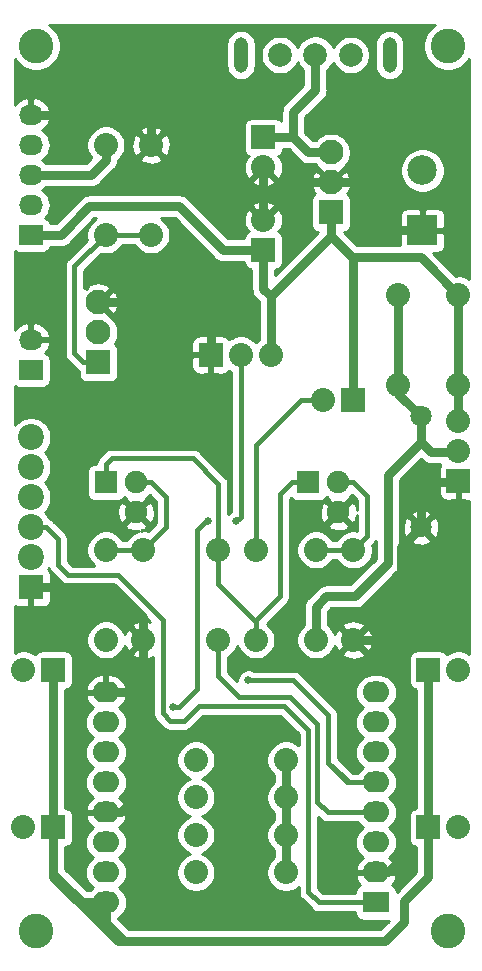
<source format=gbr>
G04 #@! TF.GenerationSoftware,KiCad,Pcbnew,(5.1.10)-1*
G04 #@! TF.CreationDate,2021-08-05T15:33:14+01:00*
G04 #@! TF.ProjectId,Lapse_O_Matic_PCB,4c617073-655f-44f5-9f4d-617469635f50,rev?*
G04 #@! TF.SameCoordinates,PX5d42830PY7b89fa0*
G04 #@! TF.FileFunction,Copper,L1,Top*
G04 #@! TF.FilePolarity,Positive*
%FSLAX46Y46*%
G04 Gerber Fmt 4.6, Leading zero omitted, Abs format (unit mm)*
G04 Created by KiCad (PCBNEW (5.1.10)-1) date 2021-08-05 15:33:14*
%MOMM*%
%LPD*%
G01*
G04 APERTURE LIST*
G04 #@! TA.AperFunction,ComponentPad*
%ADD10C,2.032000*%
G04 #@! TD*
G04 #@! TA.AperFunction,ComponentPad*
%ADD11R,2.032000X2.032000*%
G04 #@! TD*
G04 #@! TA.AperFunction,ComponentPad*
%ADD12C,2.934700*%
G04 #@! TD*
G04 #@! TA.AperFunction,ComponentPad*
%ADD13O,2.286000X1.778000*%
G04 #@! TD*
G04 #@! TA.AperFunction,ComponentPad*
%ADD14R,2.286000X1.778000*%
G04 #@! TD*
G04 #@! TA.AperFunction,ComponentPad*
%ADD15R,2.100580X2.100580*%
G04 #@! TD*
G04 #@! TA.AperFunction,ComponentPad*
%ADD16C,2.199640*%
G04 #@! TD*
G04 #@! TA.AperFunction,ComponentPad*
%ADD17C,2.000000*%
G04 #@! TD*
G04 #@! TA.AperFunction,ComponentPad*
%ADD18O,1.200000X3.000000*%
G04 #@! TD*
G04 #@! TA.AperFunction,ComponentPad*
%ADD19C,1.800000*%
G04 #@! TD*
G04 #@! TA.AperFunction,ComponentPad*
%ADD20R,2.032000X1.727200*%
G04 #@! TD*
G04 #@! TA.AperFunction,ComponentPad*
%ADD21O,2.032000X1.727200*%
G04 #@! TD*
G04 #@! TA.AperFunction,ComponentPad*
%ADD22C,2.100580*%
G04 #@! TD*
G04 #@! TA.AperFunction,ComponentPad*
%ADD23C,1.905000*%
G04 #@! TD*
G04 #@! TA.AperFunction,ComponentPad*
%ADD24R,1.905000X1.905000*%
G04 #@! TD*
G04 #@! TA.AperFunction,ComponentPad*
%ADD25R,2.499360X2.499360*%
G04 #@! TD*
G04 #@! TA.AperFunction,ComponentPad*
%ADD26C,2.499360*%
G04 #@! TD*
G04 #@! TA.AperFunction,ViaPad*
%ADD27C,0.635000*%
G04 #@! TD*
G04 #@! TA.AperFunction,Conductor*
%ADD28C,0.762000*%
G04 #@! TD*
G04 #@! TA.AperFunction,Conductor*
%ADD29C,0.400000*%
G04 #@! TD*
G04 #@! TA.AperFunction,Conductor*
%ADD30C,0.254000*%
G04 #@! TD*
G04 #@! TA.AperFunction,Conductor*
%ADD31C,0.100000*%
G04 #@! TD*
G04 APERTURE END LIST*
D10*
X40640000Y48387000D03*
X40640000Y45847000D03*
D11*
X40640000Y43307000D03*
D12*
X4857374Y80137000D03*
X39751000Y80137000D03*
X39751000Y5243375D03*
X4857374Y5243375D03*
D13*
X10795000Y12700000D03*
X10795000Y15240000D03*
X10795000Y17780000D03*
X10795000Y20320000D03*
X10795000Y22860000D03*
X10795000Y25400000D03*
X33655000Y25400000D03*
X33655000Y22860000D03*
X33655000Y20320000D03*
X33655000Y17780000D03*
X33655000Y15240000D03*
X33655000Y12700000D03*
X33655000Y10160000D03*
D14*
X33655000Y7620000D03*
D13*
X10795000Y10160000D03*
X10795000Y7620000D03*
D15*
X4445000Y34290000D03*
D16*
X4445000Y36830000D03*
X4445000Y39370000D03*
X4445000Y41910000D03*
X4445000Y44450000D03*
X4445000Y46990000D03*
D10*
X20320000Y37465000D03*
X20320000Y29845000D03*
D17*
X28532620Y79400400D03*
X25525000Y79375000D03*
X31525000Y79375000D03*
D18*
X22225000Y79375000D03*
X34825000Y79375000D03*
D19*
X37465000Y48768000D03*
X37465000Y39370000D03*
D11*
X31750000Y50165000D03*
D10*
X29210000Y50165000D03*
D20*
X4445000Y52705000D03*
D21*
X4445000Y55245000D03*
D10*
X23495000Y37465000D03*
X23495000Y29845000D03*
X40640000Y51435000D03*
X35560000Y51435000D03*
X40640000Y59055000D03*
X35560000Y59055000D03*
X24130000Y69850000D03*
D11*
X24130000Y72390000D03*
X24130000Y62865000D03*
D10*
X24130000Y65405000D03*
D22*
X29845000Y68580000D03*
X29845000Y71120000D03*
D15*
X29845000Y66040000D03*
D10*
X3810000Y27305000D03*
D11*
X6350000Y27305000D03*
X6350000Y13970000D03*
D10*
X3810000Y13970000D03*
X40640000Y27305000D03*
D11*
X38100000Y27305000D03*
X38100000Y13970000D03*
D10*
X40640000Y13970000D03*
X18415000Y19685000D03*
X26035000Y19685000D03*
X26035000Y16510000D03*
X18415000Y16510000D03*
X18415000Y13335000D03*
X26035000Y13335000D03*
X26035000Y10160000D03*
X18415000Y10160000D03*
D20*
X4445000Y64135000D03*
D21*
X4445000Y66675000D03*
X4445000Y69215000D03*
X4445000Y71755000D03*
X4445000Y74295000D03*
D22*
X10160000Y58420000D03*
X10160000Y55880000D03*
D15*
X10160000Y53340000D03*
D10*
X10795000Y37465000D03*
X10795000Y29845000D03*
X13970000Y37465000D03*
X13970000Y29845000D03*
X28575000Y29845000D03*
X28575000Y37465000D03*
X31750000Y29845000D03*
X31750000Y37465000D03*
X10795000Y71755000D03*
X10795000Y64135000D03*
X14605000Y64135000D03*
X14605000Y71755000D03*
D11*
X19685000Y53975000D03*
D10*
X22225000Y53975000D03*
X24765000Y53975000D03*
D23*
X13335000Y40640000D03*
X13335000Y43180000D03*
D24*
X10795000Y43180000D03*
X27940000Y43180000D03*
D23*
X30480000Y43180000D03*
X30480000Y40640000D03*
D25*
X37592000Y64516000D03*
D26*
X37592000Y69596000D03*
D27*
X24384000Y23114000D03*
X19431000Y39878000D03*
X21844000Y39878000D03*
X16510000Y24130000D03*
X22860000Y26416000D03*
D28*
X37592000Y64516000D02*
X34798000Y64516000D01*
X34798000Y64516000D02*
X33528000Y65786000D01*
X33528000Y65786000D02*
X33528000Y67818000D01*
X32766000Y68580000D02*
X29845000Y68580000D01*
X33528000Y67818000D02*
X32766000Y68580000D01*
X27686000Y68580000D02*
X27051000Y67945000D01*
X22479000Y67945000D02*
X16129000Y74295000D01*
X29845000Y68580000D02*
X27686000Y68580000D01*
X14605000Y74041000D02*
X14351000Y74295000D01*
X14605000Y71755000D02*
X14605000Y74041000D01*
X14351000Y74295000D02*
X4445000Y74295000D01*
X16129000Y74295000D02*
X14351000Y74295000D01*
X24130000Y65405000D02*
X24130000Y67945000D01*
X24130000Y67945000D02*
X22479000Y67945000D01*
X27051000Y67945000D02*
X24130000Y67945000D01*
X24130000Y69850000D02*
X24130000Y67945000D01*
X10160000Y58420000D02*
X17526000Y58420000D01*
X17526000Y58420000D02*
X19685000Y56261000D01*
X19685000Y56261000D02*
X19685000Y53975000D01*
X10795000Y15240000D02*
X12065000Y15240000D01*
X12065000Y15240000D02*
X13970000Y17145000D01*
X13970000Y27305000D02*
X13970000Y29845000D01*
X13970000Y25273000D02*
X13970000Y27305000D01*
X13843000Y25400000D02*
X13970000Y25273000D01*
X10795000Y25400000D02*
X13843000Y25400000D01*
X4445000Y34290000D02*
X11430000Y34290000D01*
X11430000Y34290000D02*
X13970000Y31750000D01*
X13970000Y31750000D02*
X13970000Y29845000D01*
X33655000Y10160000D02*
X34671000Y10160000D01*
X35814000Y11303000D02*
X35814000Y29972000D01*
X34671000Y10160000D02*
X35814000Y11303000D01*
X35814000Y37719000D02*
X37465000Y39370000D01*
X35814000Y29972000D02*
X35814000Y37719000D01*
X35687000Y29845000D02*
X35814000Y29972000D01*
X31750000Y29845000D02*
X35687000Y29845000D01*
X37465000Y39370000D02*
X37465000Y42164000D01*
X37465000Y42164000D02*
X38481000Y43180000D01*
X38481000Y43180000D02*
X40640000Y43180000D01*
X13970000Y17145000D02*
X13970000Y21717000D01*
X13970000Y21717000D02*
X22987000Y21717000D01*
X22987000Y21717000D02*
X24384000Y23114000D01*
X13970000Y21717000D02*
X13970000Y25273000D01*
X24130000Y72390000D02*
X26670000Y72390000D01*
X27940000Y71120000D02*
X29845000Y71120000D01*
X26670000Y72390000D02*
X27940000Y71120000D01*
X26670000Y72390000D02*
X26670000Y74549000D01*
X28532620Y76411620D02*
X28532620Y79400400D01*
X26670000Y74549000D02*
X28532620Y76411620D01*
X29845000Y66040000D02*
X29845000Y64008000D01*
X24765000Y58928000D02*
X24765000Y53975000D01*
X29845000Y64008000D02*
X24765000Y58928000D01*
X24130000Y59563000D02*
X24765000Y58928000D01*
X24130000Y62865000D02*
X24130000Y59563000D01*
X4445000Y64135000D02*
X6985000Y64135000D01*
X6985000Y64135000D02*
X9398000Y66548000D01*
X9398000Y66548000D02*
X17018000Y66548000D01*
X20701000Y62865000D02*
X24130000Y62865000D01*
X17018000Y66548000D02*
X20701000Y62865000D01*
X40640000Y59055000D02*
X37465000Y62230000D01*
X31623000Y62230000D02*
X29845000Y64008000D01*
X37465000Y62230000D02*
X31623000Y62230000D01*
X40640000Y51435000D02*
X40640000Y59055000D01*
X40640000Y48260000D02*
X40640000Y51435000D01*
X31750000Y62103000D02*
X31623000Y62230000D01*
X31750000Y50165000D02*
X31750000Y62103000D01*
X6350000Y13970000D02*
X6350000Y10033000D01*
X8763000Y7620000D02*
X10795000Y7620000D01*
X6350000Y10033000D02*
X8763000Y7620000D01*
X10795000Y7620000D02*
X10795000Y5842000D01*
X34417000Y4318000D02*
X36068000Y5969000D01*
X36068000Y5969000D02*
X36068000Y7747000D01*
X38100000Y9779000D02*
X38100000Y13970000D01*
X36068000Y7747000D02*
X38100000Y9779000D01*
X38100000Y13970000D02*
X38100000Y27305000D01*
X6350000Y27305000D02*
X6350000Y13970000D01*
X9017000Y7620000D02*
X11303000Y5334000D01*
X8763000Y7620000D02*
X9017000Y7620000D01*
X11303000Y5334000D02*
X12319000Y4318000D01*
X10795000Y5842000D02*
X11303000Y5334000D01*
X6350000Y10033000D02*
X6350000Y9779000D01*
X11811000Y4318000D02*
X12700000Y4318000D01*
X6350000Y9779000D02*
X11811000Y4318000D01*
X12700000Y4318000D02*
X34417000Y4318000D01*
X12319000Y4318000D02*
X12700000Y4318000D01*
D29*
X19304000Y39878000D02*
X19431000Y39878000D01*
X18542000Y39116000D02*
X19304000Y39878000D01*
X21844000Y39878000D02*
X22225000Y40259000D01*
X22225000Y40259000D02*
X22225000Y53975000D01*
X16510000Y24130000D02*
X17018000Y24130000D01*
X18542000Y25654000D02*
X18542000Y36068000D01*
X17018000Y24130000D02*
X18542000Y25654000D01*
X18542000Y36068000D02*
X18542000Y39116000D01*
D28*
X35560000Y51435000D02*
X35560000Y59055000D01*
X35560000Y50673000D02*
X37465000Y48768000D01*
X35560000Y51435000D02*
X35560000Y50673000D01*
X37465000Y48768000D02*
X37465000Y46609000D01*
X38354000Y45720000D02*
X40640000Y45720000D01*
X37465000Y46609000D02*
X38354000Y45720000D01*
X28575000Y29845000D02*
X28575000Y32639000D01*
X28575000Y32639000D02*
X29464000Y33528000D01*
X29464000Y33528000D02*
X31877000Y33528000D01*
X31877000Y33528000D02*
X34671000Y36322000D01*
X34671000Y43815000D02*
X37465000Y46609000D01*
X34671000Y36322000D02*
X34671000Y43815000D01*
D29*
X23495000Y37465000D02*
X23495000Y46355000D01*
X27305000Y50165000D02*
X29210000Y50165000D01*
X23495000Y46355000D02*
X27305000Y50165000D01*
D28*
X4445000Y69215000D02*
X9525000Y69215000D01*
X10795000Y70485000D02*
X10795000Y71755000D01*
X9525000Y69215000D02*
X10795000Y70485000D01*
D29*
X33655000Y17780000D02*
X31369000Y17780000D01*
X31369000Y17780000D02*
X29972000Y19177000D01*
X33655000Y17780000D02*
X31242000Y17780000D01*
X31242000Y17780000D02*
X29591000Y19431000D01*
X29591000Y19431000D02*
X29591000Y23495000D01*
X29591000Y23495000D02*
X26670000Y26416000D01*
X26670000Y26416000D02*
X22860000Y26416000D01*
X28829000Y7620000D02*
X33655000Y7620000D01*
X27940000Y8509000D02*
X28829000Y7620000D01*
X4445000Y39370000D02*
X5715000Y39370000D01*
X15621000Y23622000D02*
X16256000Y22987000D01*
X5715000Y39370000D02*
X6731000Y38354000D01*
X6731000Y38354000D02*
X6731000Y36195000D01*
X6731000Y36195000D02*
X7620000Y35306000D01*
X7620000Y35306000D02*
X11811000Y35306000D01*
X11811000Y35306000D02*
X15621000Y31496000D01*
X16256000Y22987000D02*
X17399000Y22987000D01*
X15621000Y31496000D02*
X15621000Y23622000D01*
X17399000Y22987000D02*
X18669000Y24257000D01*
X18669000Y24257000D02*
X25908000Y24257000D01*
X25908000Y24257000D02*
X27940000Y22225000D01*
X27940000Y22225000D02*
X27940000Y8509000D01*
X23495000Y29845000D02*
X23495000Y31369000D01*
X20320000Y34544000D02*
X20320000Y37465000D01*
X23495000Y31369000D02*
X20320000Y34544000D01*
X10795000Y43180000D02*
X10795000Y44196000D01*
X20320000Y37465000D02*
X20320000Y43053000D01*
X20320000Y43053000D02*
X18161000Y45212000D01*
X18161000Y45212000D02*
X11303000Y45212000D01*
X10795000Y44704000D02*
X10795000Y43180000D01*
X11303000Y45212000D02*
X10795000Y44704000D01*
X23495000Y29845000D02*
X23495000Y31496000D01*
X23495000Y31496000D02*
X25527000Y33528000D01*
X25527000Y33528000D02*
X25527000Y42164000D01*
X26543000Y43180000D02*
X27940000Y43180000D01*
X25527000Y42164000D02*
X26543000Y43180000D01*
X26035000Y10160000D02*
X26035000Y13335000D01*
X26035000Y13335000D02*
X26035000Y16510000D01*
X26035000Y16510000D02*
X26035000Y19685000D01*
D28*
X26035000Y19685000D02*
X26035000Y10160000D01*
D29*
X10795000Y64135000D02*
X14605000Y64135000D01*
X10160000Y53340000D02*
X8890000Y53340000D01*
X8890000Y53340000D02*
X8128000Y54102000D01*
X8128000Y61468000D02*
X10795000Y64135000D01*
X8128000Y54102000D02*
X8128000Y61468000D01*
X33655000Y15240000D02*
X29591000Y15240000D01*
X29591000Y15240000D02*
X28702000Y16129000D01*
X28702000Y16129000D02*
X28702000Y22733000D01*
X28702000Y22733000D02*
X26416000Y25019000D01*
X26416000Y25019000D02*
X22098000Y25019000D01*
X20320000Y26797000D02*
X20320000Y29845000D01*
X22098000Y25019000D02*
X20320000Y26797000D01*
X10795000Y37465000D02*
X13970000Y37465000D01*
X13970000Y37465000D02*
X15875000Y39370000D01*
X15875000Y39370000D02*
X15875000Y41910000D01*
X14605000Y43180000D02*
X13335000Y43180000D01*
X15875000Y41910000D02*
X14605000Y43180000D01*
X28575000Y37465000D02*
X31750000Y37465000D01*
X31750000Y37465000D02*
X32893000Y38608000D01*
X32893000Y38608000D02*
X32893000Y42037000D01*
X31750000Y43180000D02*
X30480000Y43180000D01*
X32893000Y42037000D02*
X31750000Y43180000D01*
D30*
X5955828Y35873914D02*
X6033364Y35728855D01*
X6056907Y35700168D01*
X6137710Y35601709D01*
X6169574Y35575559D01*
X7000563Y34744568D01*
X7026709Y34712709D01*
X7058568Y34686563D01*
X7058570Y34686561D01*
X7153854Y34608364D01*
X7298913Y34530828D01*
X7456311Y34483082D01*
X7620000Y34466960D01*
X7661018Y34471000D01*
X11465133Y34471000D01*
X14531717Y31404414D01*
X14232656Y31483064D01*
X13908038Y31502831D01*
X13585802Y31458888D01*
X13278330Y31352924D01*
X13100478Y31257860D01*
X13002782Y30991823D01*
X13970000Y30024605D01*
X13984143Y30038747D01*
X14163748Y29859142D01*
X14149605Y29845000D01*
X14163748Y29830857D01*
X13984143Y29651252D01*
X13970000Y29665395D01*
X13002782Y28698177D01*
X13100478Y28432140D01*
X13392821Y28289652D01*
X13707344Y28206936D01*
X14031962Y28187169D01*
X14354198Y28231112D01*
X14661670Y28337076D01*
X14786000Y28403532D01*
X14786001Y23663029D01*
X14781960Y23622000D01*
X14798082Y23458312D01*
X14845828Y23300914D01*
X14923364Y23155855D01*
X14946907Y23127168D01*
X15027710Y23028709D01*
X15059573Y23002559D01*
X15636562Y22425569D01*
X15662709Y22393709D01*
X15789854Y22289364D01*
X15934913Y22211828D01*
X16092311Y22164082D01*
X16214981Y22152000D01*
X16214982Y22152000D01*
X16256000Y22147960D01*
X16297018Y22152000D01*
X17357982Y22152000D01*
X17399000Y22147960D01*
X17440018Y22152000D01*
X17440019Y22152000D01*
X17562689Y22164082D01*
X17720087Y22211828D01*
X17865146Y22289364D01*
X17992291Y22393709D01*
X18018446Y22425579D01*
X19014868Y23422000D01*
X25562133Y23422000D01*
X27105000Y21879131D01*
X27105000Y20949866D01*
X27087451Y20967415D01*
X26817042Y21148097D01*
X26516579Y21272553D01*
X26197609Y21336000D01*
X25872391Y21336000D01*
X25553421Y21272553D01*
X25252958Y21148097D01*
X24982549Y20967415D01*
X24752585Y20737451D01*
X24571903Y20467042D01*
X24447447Y20166579D01*
X24384000Y19847609D01*
X24384000Y19522391D01*
X24447447Y19203421D01*
X24571903Y18902958D01*
X24752585Y18632549D01*
X24982549Y18402585D01*
X25019000Y18378229D01*
X25019000Y17816771D01*
X24982549Y17792415D01*
X24752585Y17562451D01*
X24571903Y17292042D01*
X24447447Y16991579D01*
X24384000Y16672609D01*
X24384000Y16347391D01*
X24447447Y16028421D01*
X24571903Y15727958D01*
X24752585Y15457549D01*
X24982549Y15227585D01*
X25019000Y15203229D01*
X25019001Y14641771D01*
X24982549Y14617415D01*
X24752585Y14387451D01*
X24571903Y14117042D01*
X24447447Y13816579D01*
X24384000Y13497609D01*
X24384000Y13172391D01*
X24447447Y12853421D01*
X24571903Y12552958D01*
X24752585Y12282549D01*
X24982549Y12052585D01*
X25019001Y12028229D01*
X25019001Y11466771D01*
X24982549Y11442415D01*
X24752585Y11212451D01*
X24571903Y10942042D01*
X24447447Y10641579D01*
X24384000Y10322609D01*
X24384000Y9997391D01*
X24447447Y9678421D01*
X24571903Y9377958D01*
X24752585Y9107549D01*
X24982549Y8877585D01*
X25252958Y8696903D01*
X25553421Y8572447D01*
X25872391Y8509000D01*
X26197609Y8509000D01*
X26516579Y8572447D01*
X26817042Y8696903D01*
X27087451Y8877585D01*
X27105001Y8895135D01*
X27105001Y8550029D01*
X27100960Y8509000D01*
X27117082Y8345312D01*
X27164828Y8187914D01*
X27242364Y8042855D01*
X27242365Y8042854D01*
X27346710Y7915709D01*
X27378574Y7889559D01*
X28209563Y7058568D01*
X28235709Y7026709D01*
X28267568Y7000563D01*
X28267570Y7000561D01*
X28304446Y6970298D01*
X28362854Y6922364D01*
X28507913Y6844828D01*
X28665311Y6797082D01*
X28785941Y6785201D01*
X28829000Y6780960D01*
X28870018Y6785000D01*
X31873928Y6785000D01*
X31873928Y6731000D01*
X31886188Y6606518D01*
X31922498Y6486820D01*
X31981463Y6376506D01*
X32060815Y6279815D01*
X32157506Y6200463D01*
X32267820Y6141498D01*
X32387518Y6105188D01*
X32512000Y6092928D01*
X34755087Y6092928D01*
X33996160Y5334000D01*
X12739841Y5334000D01*
X12056710Y6017130D01*
X12056706Y6017135D01*
X11811000Y6262841D01*
X11811000Y6299253D01*
X11899785Y6346710D01*
X12131844Y6537156D01*
X12322290Y6769215D01*
X12463804Y7033969D01*
X12550948Y7321244D01*
X12580373Y7620000D01*
X12550948Y7918756D01*
X12463804Y8206031D01*
X12322290Y8470785D01*
X12131844Y8702844D01*
X11903794Y8890000D01*
X12131844Y9077156D01*
X12322290Y9309215D01*
X12463804Y9573969D01*
X12550948Y9861244D01*
X12580373Y10160000D01*
X12550948Y10458756D01*
X12463804Y10746031D01*
X12322290Y11010785D01*
X12131844Y11242844D01*
X11903794Y11430000D01*
X12131844Y11617156D01*
X12322290Y11849215D01*
X12463804Y12113969D01*
X12550948Y12401244D01*
X12580373Y12700000D01*
X12550948Y12998756D01*
X12463804Y13286031D01*
X12322290Y13550785D01*
X12131844Y13782844D01*
X11899785Y13973290D01*
X11895998Y13975314D01*
X12001285Y14043398D01*
X12216433Y14252172D01*
X12386717Y14498908D01*
X12505593Y14774124D01*
X12529134Y14876987D01*
X12408330Y15113000D01*
X10922000Y15113000D01*
X10922000Y15093000D01*
X10668000Y15093000D01*
X10668000Y15113000D01*
X9181670Y15113000D01*
X9060866Y14876987D01*
X9084407Y14774124D01*
X9203283Y14498908D01*
X9373567Y14252172D01*
X9588715Y14043398D01*
X9694002Y13975314D01*
X9690215Y13973290D01*
X9458156Y13782844D01*
X9267710Y13550785D01*
X9126196Y13286031D01*
X9039052Y12998756D01*
X9009627Y12700000D01*
X9039052Y12401244D01*
X9126196Y12113969D01*
X9267710Y11849215D01*
X9458156Y11617156D01*
X9686206Y11430000D01*
X9458156Y11242844D01*
X9267710Y11010785D01*
X9126196Y10746031D01*
X9039052Y10458756D01*
X9009627Y10160000D01*
X9039052Y9861244D01*
X9126196Y9573969D01*
X9267710Y9309215D01*
X9458156Y9077156D01*
X9686206Y8890000D01*
X9458156Y8702844D01*
X9403299Y8636000D01*
X9183841Y8636000D01*
X7366000Y10453840D01*
X7366000Y12315928D01*
X7490482Y12328188D01*
X7610180Y12364498D01*
X7720494Y12423463D01*
X7817185Y12502815D01*
X7896537Y12599506D01*
X7955502Y12709820D01*
X7991812Y12829518D01*
X8004072Y12954000D01*
X8004072Y14986000D01*
X7991812Y15110482D01*
X7955502Y15230180D01*
X7896537Y15340494D01*
X7817185Y15437185D01*
X7720494Y15516537D01*
X7610180Y15575502D01*
X7490482Y15611812D01*
X7366000Y15624072D01*
X7366000Y22860000D01*
X9009627Y22860000D01*
X9039052Y22561244D01*
X9126196Y22273969D01*
X9267710Y22009215D01*
X9458156Y21777156D01*
X9686206Y21590000D01*
X9458156Y21402844D01*
X9267710Y21170785D01*
X9126196Y20906031D01*
X9039052Y20618756D01*
X9009627Y20320000D01*
X9039052Y20021244D01*
X9126196Y19733969D01*
X9267710Y19469215D01*
X9458156Y19237156D01*
X9686206Y19050000D01*
X9458156Y18862844D01*
X9267710Y18630785D01*
X9126196Y18366031D01*
X9039052Y18078756D01*
X9009627Y17780000D01*
X9039052Y17481244D01*
X9126196Y17193969D01*
X9267710Y16929215D01*
X9458156Y16697156D01*
X9690215Y16506710D01*
X9694002Y16504686D01*
X9588715Y16436602D01*
X9373567Y16227828D01*
X9203283Y15981092D01*
X9084407Y15705876D01*
X9060866Y15603013D01*
X9181670Y15367000D01*
X10668000Y15367000D01*
X10668000Y15387000D01*
X10922000Y15387000D01*
X10922000Y15367000D01*
X12408330Y15367000D01*
X12529134Y15603013D01*
X12505593Y15705876D01*
X12386717Y15981092D01*
X12216433Y16227828D01*
X12001285Y16436602D01*
X11895998Y16504686D01*
X11899785Y16506710D01*
X12131844Y16697156D01*
X12322290Y16929215D01*
X12463804Y17193969D01*
X12550948Y17481244D01*
X12580373Y17780000D01*
X12550948Y18078756D01*
X12463804Y18366031D01*
X12322290Y18630785D01*
X12131844Y18862844D01*
X11903794Y19050000D01*
X12131844Y19237156D01*
X12322290Y19469215D01*
X12463804Y19733969D01*
X12498276Y19847609D01*
X16764000Y19847609D01*
X16764000Y19522391D01*
X16827447Y19203421D01*
X16951903Y18902958D01*
X17132585Y18632549D01*
X17362549Y18402585D01*
X17632958Y18221903D01*
X17933293Y18097500D01*
X17632958Y17973097D01*
X17362549Y17792415D01*
X17132585Y17562451D01*
X16951903Y17292042D01*
X16827447Y16991579D01*
X16764000Y16672609D01*
X16764000Y16347391D01*
X16827447Y16028421D01*
X16951903Y15727958D01*
X17132585Y15457549D01*
X17362549Y15227585D01*
X17632958Y15046903D01*
X17933293Y14922500D01*
X17632958Y14798097D01*
X17362549Y14617415D01*
X17132585Y14387451D01*
X16951903Y14117042D01*
X16827447Y13816579D01*
X16764000Y13497609D01*
X16764000Y13172391D01*
X16827447Y12853421D01*
X16951903Y12552958D01*
X17132585Y12282549D01*
X17362549Y12052585D01*
X17632958Y11871903D01*
X17933293Y11747500D01*
X17632958Y11623097D01*
X17362549Y11442415D01*
X17132585Y11212451D01*
X16951903Y10942042D01*
X16827447Y10641579D01*
X16764000Y10322609D01*
X16764000Y9997391D01*
X16827447Y9678421D01*
X16951903Y9377958D01*
X17132585Y9107549D01*
X17362549Y8877585D01*
X17632958Y8696903D01*
X17933421Y8572447D01*
X18252391Y8509000D01*
X18577609Y8509000D01*
X18896579Y8572447D01*
X19197042Y8696903D01*
X19467451Y8877585D01*
X19697415Y9107549D01*
X19878097Y9377958D01*
X20002553Y9678421D01*
X20066000Y9997391D01*
X20066000Y10322609D01*
X20002553Y10641579D01*
X19878097Y10942042D01*
X19697415Y11212451D01*
X19467451Y11442415D01*
X19197042Y11623097D01*
X18896707Y11747500D01*
X19197042Y11871903D01*
X19467451Y12052585D01*
X19697415Y12282549D01*
X19878097Y12552958D01*
X20002553Y12853421D01*
X20066000Y13172391D01*
X20066000Y13497609D01*
X20002553Y13816579D01*
X19878097Y14117042D01*
X19697415Y14387451D01*
X19467451Y14617415D01*
X19197042Y14798097D01*
X18896707Y14922500D01*
X19197042Y15046903D01*
X19467451Y15227585D01*
X19697415Y15457549D01*
X19878097Y15727958D01*
X20002553Y16028421D01*
X20066000Y16347391D01*
X20066000Y16672609D01*
X20002553Y16991579D01*
X19878097Y17292042D01*
X19697415Y17562451D01*
X19467451Y17792415D01*
X19197042Y17973097D01*
X18896707Y18097500D01*
X19197042Y18221903D01*
X19467451Y18402585D01*
X19697415Y18632549D01*
X19878097Y18902958D01*
X20002553Y19203421D01*
X20066000Y19522391D01*
X20066000Y19847609D01*
X20002553Y20166579D01*
X19878097Y20467042D01*
X19697415Y20737451D01*
X19467451Y20967415D01*
X19197042Y21148097D01*
X18896579Y21272553D01*
X18577609Y21336000D01*
X18252391Y21336000D01*
X17933421Y21272553D01*
X17632958Y21148097D01*
X17362549Y20967415D01*
X17132585Y20737451D01*
X16951903Y20467042D01*
X16827447Y20166579D01*
X16764000Y19847609D01*
X12498276Y19847609D01*
X12550948Y20021244D01*
X12580373Y20320000D01*
X12550948Y20618756D01*
X12463804Y20906031D01*
X12322290Y21170785D01*
X12131844Y21402844D01*
X11903794Y21590000D01*
X12131844Y21777156D01*
X12322290Y22009215D01*
X12463804Y22273969D01*
X12550948Y22561244D01*
X12580373Y22860000D01*
X12550948Y23158756D01*
X12463804Y23446031D01*
X12322290Y23710785D01*
X12131844Y23942844D01*
X11899785Y24133290D01*
X11895998Y24135314D01*
X12001285Y24203398D01*
X12216433Y24412172D01*
X12386717Y24658908D01*
X12505593Y24934124D01*
X12529134Y25036987D01*
X12408330Y25273000D01*
X10922000Y25273000D01*
X10922000Y25253000D01*
X10668000Y25253000D01*
X10668000Y25273000D01*
X9181670Y25273000D01*
X9060866Y25036987D01*
X9084407Y24934124D01*
X9203283Y24658908D01*
X9373567Y24412172D01*
X9588715Y24203398D01*
X9694002Y24135314D01*
X9690215Y24133290D01*
X9458156Y23942844D01*
X9267710Y23710785D01*
X9126196Y23446031D01*
X9039052Y23158756D01*
X9009627Y22860000D01*
X7366000Y22860000D01*
X7366000Y25650928D01*
X7490482Y25663188D01*
X7610180Y25699498D01*
X7720494Y25758463D01*
X7726038Y25763013D01*
X9060866Y25763013D01*
X9181670Y25527000D01*
X10668000Y25527000D01*
X10668000Y26924000D01*
X10922000Y26924000D01*
X10922000Y25527000D01*
X12408330Y25527000D01*
X12529134Y25763013D01*
X12505593Y25865876D01*
X12386717Y26141092D01*
X12216433Y26387828D01*
X12001285Y26596602D01*
X11749542Y26759391D01*
X11470877Y26869940D01*
X11176000Y26924000D01*
X10922000Y26924000D01*
X10668000Y26924000D01*
X10414000Y26924000D01*
X10119123Y26869940D01*
X9840458Y26759391D01*
X9588715Y26596602D01*
X9373567Y26387828D01*
X9203283Y26141092D01*
X9084407Y25865876D01*
X9060866Y25763013D01*
X7726038Y25763013D01*
X7817185Y25837815D01*
X7896537Y25934506D01*
X7955502Y26044820D01*
X7991812Y26164518D01*
X8004072Y26289000D01*
X8004072Y28321000D01*
X7991812Y28445482D01*
X7955502Y28565180D01*
X7896537Y28675494D01*
X7817185Y28772185D01*
X7720494Y28851537D01*
X7610180Y28910502D01*
X7490482Y28946812D01*
X7366000Y28959072D01*
X5334000Y28959072D01*
X5209518Y28946812D01*
X5089820Y28910502D01*
X4979506Y28851537D01*
X4882815Y28772185D01*
X4803463Y28675494D01*
X4784296Y28639636D01*
X4592042Y28768097D01*
X4291579Y28892553D01*
X3972609Y28956000D01*
X3647391Y28956000D01*
X3328421Y28892553D01*
X3059781Y28781279D01*
X3059781Y30007609D01*
X9144000Y30007609D01*
X9144000Y29682391D01*
X9207447Y29363421D01*
X9331903Y29062958D01*
X9512585Y28792549D01*
X9742549Y28562585D01*
X10012958Y28381903D01*
X10313421Y28257447D01*
X10632391Y28194000D01*
X10957609Y28194000D01*
X11276579Y28257447D01*
X11577042Y28381903D01*
X11847451Y28562585D01*
X12077415Y28792549D01*
X12258097Y29062958D01*
X12382553Y29363421D01*
X12385158Y29376519D01*
X12462076Y29153330D01*
X12557140Y28975478D01*
X12823177Y28877782D01*
X13790395Y29845000D01*
X12823177Y30812218D01*
X12557140Y30714522D01*
X12414652Y30422179D01*
X12385549Y30311517D01*
X12382553Y30326579D01*
X12258097Y30627042D01*
X12077415Y30897451D01*
X11847451Y31127415D01*
X11577042Y31308097D01*
X11276579Y31432553D01*
X10957609Y31496000D01*
X10632391Y31496000D01*
X10313421Y31432553D01*
X10012958Y31308097D01*
X9742549Y31127415D01*
X9512585Y30897451D01*
X9331903Y30627042D01*
X9207447Y30326579D01*
X9144000Y30007609D01*
X3059781Y30007609D01*
X3059781Y32698715D01*
X3150530Y32650208D01*
X3270228Y32613898D01*
X3394710Y32601638D01*
X4159250Y32604710D01*
X4318000Y32763460D01*
X4318000Y34163000D01*
X4572000Y34163000D01*
X4572000Y32763460D01*
X4730750Y32604710D01*
X5495290Y32601638D01*
X5619772Y32613898D01*
X5739470Y32650208D01*
X5849784Y32709173D01*
X5946475Y32788525D01*
X6025827Y32885216D01*
X6084792Y32995530D01*
X6121102Y33115228D01*
X6133362Y33239710D01*
X6130290Y34004250D01*
X5971540Y34163000D01*
X4572000Y34163000D01*
X4318000Y34163000D01*
X4298000Y34163000D01*
X4298000Y34417000D01*
X4318000Y34417000D01*
X4318000Y34437000D01*
X4572000Y34437000D01*
X4572000Y34417000D01*
X5971540Y34417000D01*
X6130290Y34575750D01*
X6133362Y35340290D01*
X6121102Y35464772D01*
X6084792Y35584470D01*
X6025827Y35694784D01*
X5946475Y35791475D01*
X5876113Y35849219D01*
X5936090Y35938981D01*
X5955828Y35873914D01*
G04 #@! TA.AperFunction,Conductor*
D31*
G36*
X5955828Y35873914D02*
G01*
X6033364Y35728855D01*
X6056907Y35700168D01*
X6137710Y35601709D01*
X6169574Y35575559D01*
X7000563Y34744568D01*
X7026709Y34712709D01*
X7058568Y34686563D01*
X7058570Y34686561D01*
X7153854Y34608364D01*
X7298913Y34530828D01*
X7456311Y34483082D01*
X7620000Y34466960D01*
X7661018Y34471000D01*
X11465133Y34471000D01*
X14531717Y31404414D01*
X14232656Y31483064D01*
X13908038Y31502831D01*
X13585802Y31458888D01*
X13278330Y31352924D01*
X13100478Y31257860D01*
X13002782Y30991823D01*
X13970000Y30024605D01*
X13984143Y30038747D01*
X14163748Y29859142D01*
X14149605Y29845000D01*
X14163748Y29830857D01*
X13984143Y29651252D01*
X13970000Y29665395D01*
X13002782Y28698177D01*
X13100478Y28432140D01*
X13392821Y28289652D01*
X13707344Y28206936D01*
X14031962Y28187169D01*
X14354198Y28231112D01*
X14661670Y28337076D01*
X14786000Y28403532D01*
X14786001Y23663029D01*
X14781960Y23622000D01*
X14798082Y23458312D01*
X14845828Y23300914D01*
X14923364Y23155855D01*
X14946907Y23127168D01*
X15027710Y23028709D01*
X15059573Y23002559D01*
X15636562Y22425569D01*
X15662709Y22393709D01*
X15789854Y22289364D01*
X15934913Y22211828D01*
X16092311Y22164082D01*
X16214981Y22152000D01*
X16214982Y22152000D01*
X16256000Y22147960D01*
X16297018Y22152000D01*
X17357982Y22152000D01*
X17399000Y22147960D01*
X17440018Y22152000D01*
X17440019Y22152000D01*
X17562689Y22164082D01*
X17720087Y22211828D01*
X17865146Y22289364D01*
X17992291Y22393709D01*
X18018446Y22425579D01*
X19014868Y23422000D01*
X25562133Y23422000D01*
X27105000Y21879131D01*
X27105000Y20949866D01*
X27087451Y20967415D01*
X26817042Y21148097D01*
X26516579Y21272553D01*
X26197609Y21336000D01*
X25872391Y21336000D01*
X25553421Y21272553D01*
X25252958Y21148097D01*
X24982549Y20967415D01*
X24752585Y20737451D01*
X24571903Y20467042D01*
X24447447Y20166579D01*
X24384000Y19847609D01*
X24384000Y19522391D01*
X24447447Y19203421D01*
X24571903Y18902958D01*
X24752585Y18632549D01*
X24982549Y18402585D01*
X25019000Y18378229D01*
X25019000Y17816771D01*
X24982549Y17792415D01*
X24752585Y17562451D01*
X24571903Y17292042D01*
X24447447Y16991579D01*
X24384000Y16672609D01*
X24384000Y16347391D01*
X24447447Y16028421D01*
X24571903Y15727958D01*
X24752585Y15457549D01*
X24982549Y15227585D01*
X25019000Y15203229D01*
X25019001Y14641771D01*
X24982549Y14617415D01*
X24752585Y14387451D01*
X24571903Y14117042D01*
X24447447Y13816579D01*
X24384000Y13497609D01*
X24384000Y13172391D01*
X24447447Y12853421D01*
X24571903Y12552958D01*
X24752585Y12282549D01*
X24982549Y12052585D01*
X25019001Y12028229D01*
X25019001Y11466771D01*
X24982549Y11442415D01*
X24752585Y11212451D01*
X24571903Y10942042D01*
X24447447Y10641579D01*
X24384000Y10322609D01*
X24384000Y9997391D01*
X24447447Y9678421D01*
X24571903Y9377958D01*
X24752585Y9107549D01*
X24982549Y8877585D01*
X25252958Y8696903D01*
X25553421Y8572447D01*
X25872391Y8509000D01*
X26197609Y8509000D01*
X26516579Y8572447D01*
X26817042Y8696903D01*
X27087451Y8877585D01*
X27105001Y8895135D01*
X27105001Y8550029D01*
X27100960Y8509000D01*
X27117082Y8345312D01*
X27164828Y8187914D01*
X27242364Y8042855D01*
X27242365Y8042854D01*
X27346710Y7915709D01*
X27378574Y7889559D01*
X28209563Y7058568D01*
X28235709Y7026709D01*
X28267568Y7000563D01*
X28267570Y7000561D01*
X28304446Y6970298D01*
X28362854Y6922364D01*
X28507913Y6844828D01*
X28665311Y6797082D01*
X28785941Y6785201D01*
X28829000Y6780960D01*
X28870018Y6785000D01*
X31873928Y6785000D01*
X31873928Y6731000D01*
X31886188Y6606518D01*
X31922498Y6486820D01*
X31981463Y6376506D01*
X32060815Y6279815D01*
X32157506Y6200463D01*
X32267820Y6141498D01*
X32387518Y6105188D01*
X32512000Y6092928D01*
X34755087Y6092928D01*
X33996160Y5334000D01*
X12739841Y5334000D01*
X12056710Y6017130D01*
X12056706Y6017135D01*
X11811000Y6262841D01*
X11811000Y6299253D01*
X11899785Y6346710D01*
X12131844Y6537156D01*
X12322290Y6769215D01*
X12463804Y7033969D01*
X12550948Y7321244D01*
X12580373Y7620000D01*
X12550948Y7918756D01*
X12463804Y8206031D01*
X12322290Y8470785D01*
X12131844Y8702844D01*
X11903794Y8890000D01*
X12131844Y9077156D01*
X12322290Y9309215D01*
X12463804Y9573969D01*
X12550948Y9861244D01*
X12580373Y10160000D01*
X12550948Y10458756D01*
X12463804Y10746031D01*
X12322290Y11010785D01*
X12131844Y11242844D01*
X11903794Y11430000D01*
X12131844Y11617156D01*
X12322290Y11849215D01*
X12463804Y12113969D01*
X12550948Y12401244D01*
X12580373Y12700000D01*
X12550948Y12998756D01*
X12463804Y13286031D01*
X12322290Y13550785D01*
X12131844Y13782844D01*
X11899785Y13973290D01*
X11895998Y13975314D01*
X12001285Y14043398D01*
X12216433Y14252172D01*
X12386717Y14498908D01*
X12505593Y14774124D01*
X12529134Y14876987D01*
X12408330Y15113000D01*
X10922000Y15113000D01*
X10922000Y15093000D01*
X10668000Y15093000D01*
X10668000Y15113000D01*
X9181670Y15113000D01*
X9060866Y14876987D01*
X9084407Y14774124D01*
X9203283Y14498908D01*
X9373567Y14252172D01*
X9588715Y14043398D01*
X9694002Y13975314D01*
X9690215Y13973290D01*
X9458156Y13782844D01*
X9267710Y13550785D01*
X9126196Y13286031D01*
X9039052Y12998756D01*
X9009627Y12700000D01*
X9039052Y12401244D01*
X9126196Y12113969D01*
X9267710Y11849215D01*
X9458156Y11617156D01*
X9686206Y11430000D01*
X9458156Y11242844D01*
X9267710Y11010785D01*
X9126196Y10746031D01*
X9039052Y10458756D01*
X9009627Y10160000D01*
X9039052Y9861244D01*
X9126196Y9573969D01*
X9267710Y9309215D01*
X9458156Y9077156D01*
X9686206Y8890000D01*
X9458156Y8702844D01*
X9403299Y8636000D01*
X9183841Y8636000D01*
X7366000Y10453840D01*
X7366000Y12315928D01*
X7490482Y12328188D01*
X7610180Y12364498D01*
X7720494Y12423463D01*
X7817185Y12502815D01*
X7896537Y12599506D01*
X7955502Y12709820D01*
X7991812Y12829518D01*
X8004072Y12954000D01*
X8004072Y14986000D01*
X7991812Y15110482D01*
X7955502Y15230180D01*
X7896537Y15340494D01*
X7817185Y15437185D01*
X7720494Y15516537D01*
X7610180Y15575502D01*
X7490482Y15611812D01*
X7366000Y15624072D01*
X7366000Y22860000D01*
X9009627Y22860000D01*
X9039052Y22561244D01*
X9126196Y22273969D01*
X9267710Y22009215D01*
X9458156Y21777156D01*
X9686206Y21590000D01*
X9458156Y21402844D01*
X9267710Y21170785D01*
X9126196Y20906031D01*
X9039052Y20618756D01*
X9009627Y20320000D01*
X9039052Y20021244D01*
X9126196Y19733969D01*
X9267710Y19469215D01*
X9458156Y19237156D01*
X9686206Y19050000D01*
X9458156Y18862844D01*
X9267710Y18630785D01*
X9126196Y18366031D01*
X9039052Y18078756D01*
X9009627Y17780000D01*
X9039052Y17481244D01*
X9126196Y17193969D01*
X9267710Y16929215D01*
X9458156Y16697156D01*
X9690215Y16506710D01*
X9694002Y16504686D01*
X9588715Y16436602D01*
X9373567Y16227828D01*
X9203283Y15981092D01*
X9084407Y15705876D01*
X9060866Y15603013D01*
X9181670Y15367000D01*
X10668000Y15367000D01*
X10668000Y15387000D01*
X10922000Y15387000D01*
X10922000Y15367000D01*
X12408330Y15367000D01*
X12529134Y15603013D01*
X12505593Y15705876D01*
X12386717Y15981092D01*
X12216433Y16227828D01*
X12001285Y16436602D01*
X11895998Y16504686D01*
X11899785Y16506710D01*
X12131844Y16697156D01*
X12322290Y16929215D01*
X12463804Y17193969D01*
X12550948Y17481244D01*
X12580373Y17780000D01*
X12550948Y18078756D01*
X12463804Y18366031D01*
X12322290Y18630785D01*
X12131844Y18862844D01*
X11903794Y19050000D01*
X12131844Y19237156D01*
X12322290Y19469215D01*
X12463804Y19733969D01*
X12498276Y19847609D01*
X16764000Y19847609D01*
X16764000Y19522391D01*
X16827447Y19203421D01*
X16951903Y18902958D01*
X17132585Y18632549D01*
X17362549Y18402585D01*
X17632958Y18221903D01*
X17933293Y18097500D01*
X17632958Y17973097D01*
X17362549Y17792415D01*
X17132585Y17562451D01*
X16951903Y17292042D01*
X16827447Y16991579D01*
X16764000Y16672609D01*
X16764000Y16347391D01*
X16827447Y16028421D01*
X16951903Y15727958D01*
X17132585Y15457549D01*
X17362549Y15227585D01*
X17632958Y15046903D01*
X17933293Y14922500D01*
X17632958Y14798097D01*
X17362549Y14617415D01*
X17132585Y14387451D01*
X16951903Y14117042D01*
X16827447Y13816579D01*
X16764000Y13497609D01*
X16764000Y13172391D01*
X16827447Y12853421D01*
X16951903Y12552958D01*
X17132585Y12282549D01*
X17362549Y12052585D01*
X17632958Y11871903D01*
X17933293Y11747500D01*
X17632958Y11623097D01*
X17362549Y11442415D01*
X17132585Y11212451D01*
X16951903Y10942042D01*
X16827447Y10641579D01*
X16764000Y10322609D01*
X16764000Y9997391D01*
X16827447Y9678421D01*
X16951903Y9377958D01*
X17132585Y9107549D01*
X17362549Y8877585D01*
X17632958Y8696903D01*
X17933421Y8572447D01*
X18252391Y8509000D01*
X18577609Y8509000D01*
X18896579Y8572447D01*
X19197042Y8696903D01*
X19467451Y8877585D01*
X19697415Y9107549D01*
X19878097Y9377958D01*
X20002553Y9678421D01*
X20066000Y9997391D01*
X20066000Y10322609D01*
X20002553Y10641579D01*
X19878097Y10942042D01*
X19697415Y11212451D01*
X19467451Y11442415D01*
X19197042Y11623097D01*
X18896707Y11747500D01*
X19197042Y11871903D01*
X19467451Y12052585D01*
X19697415Y12282549D01*
X19878097Y12552958D01*
X20002553Y12853421D01*
X20066000Y13172391D01*
X20066000Y13497609D01*
X20002553Y13816579D01*
X19878097Y14117042D01*
X19697415Y14387451D01*
X19467451Y14617415D01*
X19197042Y14798097D01*
X18896707Y14922500D01*
X19197042Y15046903D01*
X19467451Y15227585D01*
X19697415Y15457549D01*
X19878097Y15727958D01*
X20002553Y16028421D01*
X20066000Y16347391D01*
X20066000Y16672609D01*
X20002553Y16991579D01*
X19878097Y17292042D01*
X19697415Y17562451D01*
X19467451Y17792415D01*
X19197042Y17973097D01*
X18896707Y18097500D01*
X19197042Y18221903D01*
X19467451Y18402585D01*
X19697415Y18632549D01*
X19878097Y18902958D01*
X20002553Y19203421D01*
X20066000Y19522391D01*
X20066000Y19847609D01*
X20002553Y20166579D01*
X19878097Y20467042D01*
X19697415Y20737451D01*
X19467451Y20967415D01*
X19197042Y21148097D01*
X18896579Y21272553D01*
X18577609Y21336000D01*
X18252391Y21336000D01*
X17933421Y21272553D01*
X17632958Y21148097D01*
X17362549Y20967415D01*
X17132585Y20737451D01*
X16951903Y20467042D01*
X16827447Y20166579D01*
X16764000Y19847609D01*
X12498276Y19847609D01*
X12550948Y20021244D01*
X12580373Y20320000D01*
X12550948Y20618756D01*
X12463804Y20906031D01*
X12322290Y21170785D01*
X12131844Y21402844D01*
X11903794Y21590000D01*
X12131844Y21777156D01*
X12322290Y22009215D01*
X12463804Y22273969D01*
X12550948Y22561244D01*
X12580373Y22860000D01*
X12550948Y23158756D01*
X12463804Y23446031D01*
X12322290Y23710785D01*
X12131844Y23942844D01*
X11899785Y24133290D01*
X11895998Y24135314D01*
X12001285Y24203398D01*
X12216433Y24412172D01*
X12386717Y24658908D01*
X12505593Y24934124D01*
X12529134Y25036987D01*
X12408330Y25273000D01*
X10922000Y25273000D01*
X10922000Y25253000D01*
X10668000Y25253000D01*
X10668000Y25273000D01*
X9181670Y25273000D01*
X9060866Y25036987D01*
X9084407Y24934124D01*
X9203283Y24658908D01*
X9373567Y24412172D01*
X9588715Y24203398D01*
X9694002Y24135314D01*
X9690215Y24133290D01*
X9458156Y23942844D01*
X9267710Y23710785D01*
X9126196Y23446031D01*
X9039052Y23158756D01*
X9009627Y22860000D01*
X7366000Y22860000D01*
X7366000Y25650928D01*
X7490482Y25663188D01*
X7610180Y25699498D01*
X7720494Y25758463D01*
X7726038Y25763013D01*
X9060866Y25763013D01*
X9181670Y25527000D01*
X10668000Y25527000D01*
X10668000Y26924000D01*
X10922000Y26924000D01*
X10922000Y25527000D01*
X12408330Y25527000D01*
X12529134Y25763013D01*
X12505593Y25865876D01*
X12386717Y26141092D01*
X12216433Y26387828D01*
X12001285Y26596602D01*
X11749542Y26759391D01*
X11470877Y26869940D01*
X11176000Y26924000D01*
X10922000Y26924000D01*
X10668000Y26924000D01*
X10414000Y26924000D01*
X10119123Y26869940D01*
X9840458Y26759391D01*
X9588715Y26596602D01*
X9373567Y26387828D01*
X9203283Y26141092D01*
X9084407Y25865876D01*
X9060866Y25763013D01*
X7726038Y25763013D01*
X7817185Y25837815D01*
X7896537Y25934506D01*
X7955502Y26044820D01*
X7991812Y26164518D01*
X8004072Y26289000D01*
X8004072Y28321000D01*
X7991812Y28445482D01*
X7955502Y28565180D01*
X7896537Y28675494D01*
X7817185Y28772185D01*
X7720494Y28851537D01*
X7610180Y28910502D01*
X7490482Y28946812D01*
X7366000Y28959072D01*
X5334000Y28959072D01*
X5209518Y28946812D01*
X5089820Y28910502D01*
X4979506Y28851537D01*
X4882815Y28772185D01*
X4803463Y28675494D01*
X4784296Y28639636D01*
X4592042Y28768097D01*
X4291579Y28892553D01*
X3972609Y28956000D01*
X3647391Y28956000D01*
X3328421Y28892553D01*
X3059781Y28781279D01*
X3059781Y30007609D01*
X9144000Y30007609D01*
X9144000Y29682391D01*
X9207447Y29363421D01*
X9331903Y29062958D01*
X9512585Y28792549D01*
X9742549Y28562585D01*
X10012958Y28381903D01*
X10313421Y28257447D01*
X10632391Y28194000D01*
X10957609Y28194000D01*
X11276579Y28257447D01*
X11577042Y28381903D01*
X11847451Y28562585D01*
X12077415Y28792549D01*
X12258097Y29062958D01*
X12382553Y29363421D01*
X12385158Y29376519D01*
X12462076Y29153330D01*
X12557140Y28975478D01*
X12823177Y28877782D01*
X13790395Y29845000D01*
X12823177Y30812218D01*
X12557140Y30714522D01*
X12414652Y30422179D01*
X12385549Y30311517D01*
X12382553Y30326579D01*
X12258097Y30627042D01*
X12077415Y30897451D01*
X11847451Y31127415D01*
X11577042Y31308097D01*
X11276579Y31432553D01*
X10957609Y31496000D01*
X10632391Y31496000D01*
X10313421Y31432553D01*
X10012958Y31308097D01*
X9742549Y31127415D01*
X9512585Y30897451D01*
X9331903Y30627042D01*
X9207447Y30326579D01*
X9144000Y30007609D01*
X3059781Y30007609D01*
X3059781Y32698715D01*
X3150530Y32650208D01*
X3270228Y32613898D01*
X3394710Y32601638D01*
X4159250Y32604710D01*
X4318000Y32763460D01*
X4318000Y34163000D01*
X4572000Y34163000D01*
X4572000Y32763460D01*
X4730750Y32604710D01*
X5495290Y32601638D01*
X5619772Y32613898D01*
X5739470Y32650208D01*
X5849784Y32709173D01*
X5946475Y32788525D01*
X6025827Y32885216D01*
X6084792Y32995530D01*
X6121102Y33115228D01*
X6133362Y33239710D01*
X6130290Y34004250D01*
X5971540Y34163000D01*
X4572000Y34163000D01*
X4318000Y34163000D01*
X4298000Y34163000D01*
X4298000Y34417000D01*
X4318000Y34417000D01*
X4318000Y34437000D01*
X4572000Y34437000D01*
X4572000Y34417000D01*
X5971540Y34417000D01*
X6130290Y34575750D01*
X6133362Y35340290D01*
X6121102Y35464772D01*
X6084792Y35584470D01*
X6025827Y35694784D01*
X5946475Y35791475D01*
X5876113Y35849219D01*
X5936090Y35938981D01*
X5955828Y35873914D01*
G37*
G04 #@! TD.AperFunction*
D30*
X37600292Y45036867D02*
X37632104Y44998104D01*
X37786810Y44871140D01*
X37889413Y44816298D01*
X37963312Y44776798D01*
X38154829Y44718702D01*
X38354000Y44699085D01*
X38403902Y44704000D01*
X39115216Y44704000D01*
X39093463Y44677494D01*
X39034498Y44567180D01*
X38998188Y44447482D01*
X38985928Y44323000D01*
X38989000Y43592750D01*
X39147750Y43434000D01*
X40513000Y43434000D01*
X40513000Y43454000D01*
X40767000Y43454000D01*
X40767000Y43434000D01*
X40787000Y43434000D01*
X40787000Y43180000D01*
X40767000Y43180000D01*
X40767000Y41814750D01*
X40925750Y41656000D01*
X41548582Y41653380D01*
X41548582Y28683546D01*
X41422042Y28768097D01*
X41121579Y28892553D01*
X40802609Y28956000D01*
X40477391Y28956000D01*
X40158421Y28892553D01*
X39857958Y28768097D01*
X39665704Y28639636D01*
X39646537Y28675494D01*
X39567185Y28772185D01*
X39470494Y28851537D01*
X39360180Y28910502D01*
X39240482Y28946812D01*
X39116000Y28959072D01*
X37084000Y28959072D01*
X36959518Y28946812D01*
X36839820Y28910502D01*
X36729506Y28851537D01*
X36632815Y28772185D01*
X36553463Y28675494D01*
X36494498Y28565180D01*
X36458188Y28445482D01*
X36445928Y28321000D01*
X36445928Y26289000D01*
X36458188Y26164518D01*
X36494498Y26044820D01*
X36553463Y25934506D01*
X36632815Y25837815D01*
X36729506Y25758463D01*
X36839820Y25699498D01*
X36959518Y25663188D01*
X37084000Y25650928D01*
X37084001Y25650928D01*
X37084000Y15624072D01*
X36959518Y15611812D01*
X36839820Y15575502D01*
X36729506Y15516537D01*
X36632815Y15437185D01*
X36553463Y15340494D01*
X36494498Y15230180D01*
X36458188Y15110482D01*
X36445928Y14986000D01*
X36445928Y12954000D01*
X36458188Y12829518D01*
X36494498Y12709820D01*
X36553463Y12599506D01*
X36632815Y12502815D01*
X36729506Y12423463D01*
X36839820Y12364498D01*
X36959518Y12328188D01*
X37084000Y12315928D01*
X37084001Y12315928D01*
X37084000Y10199841D01*
X35432225Y8548065D01*
X35423812Y8633482D01*
X35387502Y8753180D01*
X35328537Y8863494D01*
X35249185Y8960185D01*
X35152494Y9039537D01*
X35042180Y9098502D01*
X35010437Y9108131D01*
X35076433Y9172172D01*
X35246717Y9418908D01*
X35365593Y9694124D01*
X35389134Y9796987D01*
X35268330Y10033000D01*
X33782000Y10033000D01*
X33782000Y10013000D01*
X33528000Y10013000D01*
X33528000Y10033000D01*
X32041670Y10033000D01*
X31920866Y9796987D01*
X31944407Y9694124D01*
X32063283Y9418908D01*
X32233567Y9172172D01*
X32299563Y9108131D01*
X32267820Y9098502D01*
X32157506Y9039537D01*
X32060815Y8960185D01*
X31981463Y8863494D01*
X31922498Y8753180D01*
X31886188Y8633482D01*
X31873928Y8509000D01*
X31873928Y8455000D01*
X29174868Y8455000D01*
X28775000Y8854868D01*
X28775000Y14875132D01*
X28971563Y14678568D01*
X28997709Y14646709D01*
X29029568Y14620563D01*
X29029570Y14620561D01*
X29124854Y14542364D01*
X29269913Y14464828D01*
X29427311Y14417082D01*
X29591000Y14400960D01*
X29632018Y14405000D01*
X32119273Y14405000D01*
X32127710Y14389215D01*
X32318156Y14157156D01*
X32546206Y13970000D01*
X32318156Y13782844D01*
X32127710Y13550785D01*
X31986196Y13286031D01*
X31899052Y12998756D01*
X31869627Y12700000D01*
X31899052Y12401244D01*
X31986196Y12113969D01*
X32127710Y11849215D01*
X32318156Y11617156D01*
X32550215Y11426710D01*
X32554002Y11424686D01*
X32448715Y11356602D01*
X32233567Y11147828D01*
X32063283Y10901092D01*
X31944407Y10625876D01*
X31920866Y10523013D01*
X32041670Y10287000D01*
X33528000Y10287000D01*
X33528000Y10307000D01*
X33782000Y10307000D01*
X33782000Y10287000D01*
X35268330Y10287000D01*
X35389134Y10523013D01*
X35365593Y10625876D01*
X35246717Y10901092D01*
X35076433Y11147828D01*
X34861285Y11356602D01*
X34755998Y11424686D01*
X34759785Y11426710D01*
X34991844Y11617156D01*
X35182290Y11849215D01*
X35323804Y12113969D01*
X35410948Y12401244D01*
X35440373Y12700000D01*
X35410948Y12998756D01*
X35323804Y13286031D01*
X35182290Y13550785D01*
X34991844Y13782844D01*
X34763794Y13970000D01*
X34991844Y14157156D01*
X35182290Y14389215D01*
X35323804Y14653969D01*
X35410948Y14941244D01*
X35440373Y15240000D01*
X35410948Y15538756D01*
X35323804Y15826031D01*
X35182290Y16090785D01*
X34991844Y16322844D01*
X34763794Y16510000D01*
X34991844Y16697156D01*
X35182290Y16929215D01*
X35323804Y17193969D01*
X35410948Y17481244D01*
X35440373Y17780000D01*
X35410948Y18078756D01*
X35323804Y18366031D01*
X35182290Y18630785D01*
X34991844Y18862844D01*
X34763794Y19050000D01*
X34991844Y19237156D01*
X35182290Y19469215D01*
X35323804Y19733969D01*
X35410948Y20021244D01*
X35440373Y20320000D01*
X35410948Y20618756D01*
X35323804Y20906031D01*
X35182290Y21170785D01*
X34991844Y21402844D01*
X34763794Y21590000D01*
X34991844Y21777156D01*
X35182290Y22009215D01*
X35323804Y22273969D01*
X35410948Y22561244D01*
X35440373Y22860000D01*
X35410948Y23158756D01*
X35323804Y23446031D01*
X35182290Y23710785D01*
X34991844Y23942844D01*
X34763794Y24130000D01*
X34991844Y24317156D01*
X35182290Y24549215D01*
X35323804Y24813969D01*
X35410948Y25101244D01*
X35440373Y25400000D01*
X35410948Y25698756D01*
X35323804Y25986031D01*
X35182290Y26250785D01*
X34991844Y26482844D01*
X34759785Y26673290D01*
X34495031Y26814804D01*
X34207756Y26901948D01*
X33983859Y26924000D01*
X33326141Y26924000D01*
X33102244Y26901948D01*
X32814969Y26814804D01*
X32550215Y26673290D01*
X32318156Y26482844D01*
X32127710Y26250785D01*
X31986196Y25986031D01*
X31899052Y25698756D01*
X31869627Y25400000D01*
X31899052Y25101244D01*
X31986196Y24813969D01*
X32127710Y24549215D01*
X32318156Y24317156D01*
X32546206Y24130000D01*
X32318156Y23942844D01*
X32127710Y23710785D01*
X31986196Y23446031D01*
X31899052Y23158756D01*
X31869627Y22860000D01*
X31899052Y22561244D01*
X31986196Y22273969D01*
X32127710Y22009215D01*
X32318156Y21777156D01*
X32546206Y21590000D01*
X32318156Y21402844D01*
X32127710Y21170785D01*
X31986196Y20906031D01*
X31899052Y20618756D01*
X31869627Y20320000D01*
X31899052Y20021244D01*
X31986196Y19733969D01*
X32127710Y19469215D01*
X32318156Y19237156D01*
X32546206Y19050000D01*
X32318156Y18862844D01*
X32127710Y18630785D01*
X32119273Y18615000D01*
X31714868Y18615000D01*
X30533429Y19796438D01*
X30438145Y19874636D01*
X30426000Y19881128D01*
X30426000Y23453982D01*
X30430040Y23495000D01*
X30413918Y23658689D01*
X30366172Y23816087D01*
X30288636Y23961146D01*
X30210439Y24056430D01*
X30210437Y24056432D01*
X30184291Y24088291D01*
X30152432Y24114437D01*
X27289446Y26977421D01*
X27263291Y27009291D01*
X27136146Y27113636D01*
X26991087Y27191172D01*
X26833689Y27238918D01*
X26711019Y27251000D01*
X26711018Y27251000D01*
X26670000Y27255040D01*
X26628982Y27251000D01*
X23324790Y27251000D01*
X23311178Y27260095D01*
X23137834Y27331896D01*
X22953813Y27368500D01*
X22766187Y27368500D01*
X22582166Y27331896D01*
X22408822Y27260095D01*
X22252816Y27155855D01*
X22120145Y27023184D01*
X22015905Y26867178D01*
X21944104Y26693834D01*
X21907500Y26509813D01*
X21907500Y26390368D01*
X21155000Y27142867D01*
X21155000Y28417288D01*
X21372451Y28562585D01*
X21602415Y28792549D01*
X21783097Y29062958D01*
X21907500Y29363293D01*
X22031903Y29062958D01*
X22212585Y28792549D01*
X22442549Y28562585D01*
X22712958Y28381903D01*
X23013421Y28257447D01*
X23332391Y28194000D01*
X23657609Y28194000D01*
X23976579Y28257447D01*
X24277042Y28381903D01*
X24547451Y28562585D01*
X24777415Y28792549D01*
X24958097Y29062958D01*
X25082553Y29363421D01*
X25146000Y29682391D01*
X25146000Y30007609D01*
X25082553Y30326579D01*
X24958097Y30627042D01*
X24777415Y30897451D01*
X24547451Y31127415D01*
X24403481Y31223613D01*
X26088433Y32908564D01*
X26120291Y32934709D01*
X26170206Y32995530D01*
X26224636Y33061854D01*
X26302172Y33206913D01*
X26349918Y33364311D01*
X26366040Y33528000D01*
X26362000Y33569018D01*
X26362000Y39538465D01*
X29558070Y39538465D01*
X29648098Y39278919D01*
X29929616Y39142776D01*
X30232286Y39064171D01*
X30544474Y39046123D01*
X30854185Y39089328D01*
X31149516Y39192123D01*
X31311902Y39278919D01*
X31401930Y39538465D01*
X30480000Y40460395D01*
X29558070Y39538465D01*
X26362000Y39538465D01*
X26362000Y40575526D01*
X28886123Y40575526D01*
X28929328Y40265815D01*
X29032123Y39970484D01*
X29118919Y39808098D01*
X29378465Y39718070D01*
X30300395Y40640000D01*
X29378465Y41561930D01*
X29118919Y41471902D01*
X28982776Y41190384D01*
X28904171Y40887714D01*
X28886123Y40575526D01*
X26362000Y40575526D01*
X26362000Y41818133D01*
X26442999Y41899131D01*
X26456963Y41873006D01*
X26536315Y41776315D01*
X26633006Y41696963D01*
X26743320Y41637998D01*
X26863018Y41601688D01*
X26987500Y41589428D01*
X28892500Y41589428D01*
X29016982Y41601688D01*
X29136680Y41637998D01*
X29246994Y41696963D01*
X29343685Y41776315D01*
X29423037Y41873006D01*
X29464451Y41950485D01*
X29468028Y41946908D01*
X29598961Y41859422D01*
X29558070Y41741535D01*
X30480000Y40819605D01*
X31401930Y41741535D01*
X31361039Y41859422D01*
X31491972Y41946908D01*
X31647098Y42102034D01*
X32058001Y41691131D01*
X32058001Y40818282D01*
X32030672Y41014185D01*
X31927877Y41309516D01*
X31841081Y41471902D01*
X31581535Y41561930D01*
X30659605Y40640000D01*
X31581535Y39718070D01*
X31841081Y39808098D01*
X31977224Y40089616D01*
X32055829Y40392286D01*
X32058001Y40429848D01*
X32058000Y39087080D01*
X31912609Y39116000D01*
X31587391Y39116000D01*
X31268421Y39052553D01*
X30967958Y38928097D01*
X30697549Y38747415D01*
X30467585Y38517451D01*
X30322288Y38300000D01*
X30002712Y38300000D01*
X29857415Y38517451D01*
X29627451Y38747415D01*
X29357042Y38928097D01*
X29056579Y39052553D01*
X28737609Y39116000D01*
X28412391Y39116000D01*
X28093421Y39052553D01*
X27792958Y38928097D01*
X27522549Y38747415D01*
X27292585Y38517451D01*
X27111903Y38247042D01*
X26987447Y37946579D01*
X26924000Y37627609D01*
X26924000Y37302391D01*
X26987447Y36983421D01*
X27111903Y36682958D01*
X27292585Y36412549D01*
X27522549Y36182585D01*
X27792958Y36001903D01*
X28093421Y35877447D01*
X28412391Y35814000D01*
X28737609Y35814000D01*
X29056579Y35877447D01*
X29357042Y36001903D01*
X29627451Y36182585D01*
X29857415Y36412549D01*
X30002712Y36630000D01*
X30322288Y36630000D01*
X30467585Y36412549D01*
X30697549Y36182585D01*
X30967958Y36001903D01*
X31268421Y35877447D01*
X31587391Y35814000D01*
X31912609Y35814000D01*
X32231579Y35877447D01*
X32532042Y36001903D01*
X32802451Y36182585D01*
X33032415Y36412549D01*
X33213097Y36682958D01*
X33337553Y36983421D01*
X33401000Y37302391D01*
X33401000Y37627609D01*
X33349979Y37884111D01*
X33454428Y37988560D01*
X33486291Y38014709D01*
X33590636Y38141854D01*
X33655000Y38262271D01*
X33655000Y36742841D01*
X31456160Y34544000D01*
X29513902Y34544000D01*
X29464000Y34548915D01*
X29264829Y34529298D01*
X29073312Y34471202D01*
X29011832Y34438340D01*
X28896810Y34376860D01*
X28742104Y34249896D01*
X28710293Y34211134D01*
X27891868Y33392708D01*
X27853105Y33360896D01*
X27726141Y33206190D01*
X27631799Y33029687D01*
X27573702Y32838170D01*
X27554085Y32639000D01*
X27559001Y32589089D01*
X27559000Y31151771D01*
X27522549Y31127415D01*
X27292585Y30897451D01*
X27111903Y30627042D01*
X26987447Y30326579D01*
X26924000Y30007609D01*
X26924000Y29682391D01*
X26987447Y29363421D01*
X27111903Y29062958D01*
X27292585Y28792549D01*
X27522549Y28562585D01*
X27792958Y28381903D01*
X28093421Y28257447D01*
X28412391Y28194000D01*
X28737609Y28194000D01*
X29056579Y28257447D01*
X29357042Y28381903D01*
X29627451Y28562585D01*
X29763043Y28698177D01*
X30782782Y28698177D01*
X30880478Y28432140D01*
X31172821Y28289652D01*
X31487344Y28206936D01*
X31811962Y28187169D01*
X32134198Y28231112D01*
X32441670Y28337076D01*
X32619522Y28432140D01*
X32717218Y28698177D01*
X31750000Y29665395D01*
X30782782Y28698177D01*
X29763043Y28698177D01*
X29857415Y28792549D01*
X30038097Y29062958D01*
X30162553Y29363421D01*
X30165158Y29376519D01*
X30242076Y29153330D01*
X30337140Y28975478D01*
X30603177Y28877782D01*
X31570395Y29845000D01*
X31929605Y29845000D01*
X32896823Y28877782D01*
X33162860Y28975478D01*
X33305348Y29267821D01*
X33388064Y29582344D01*
X33407831Y29906962D01*
X33363888Y30229198D01*
X33257924Y30536670D01*
X33162860Y30714522D01*
X32896823Y30812218D01*
X31929605Y29845000D01*
X31570395Y29845000D01*
X30603177Y30812218D01*
X30337140Y30714522D01*
X30194652Y30422179D01*
X30165549Y30311517D01*
X30162553Y30326579D01*
X30038097Y30627042D01*
X29857415Y30897451D01*
X29763043Y30991823D01*
X30782782Y30991823D01*
X31750000Y30024605D01*
X32717218Y30991823D01*
X32619522Y31257860D01*
X32327179Y31400348D01*
X32012656Y31483064D01*
X31688038Y31502831D01*
X31365802Y31458888D01*
X31058330Y31352924D01*
X30880478Y31257860D01*
X30782782Y30991823D01*
X29763043Y30991823D01*
X29627451Y31127415D01*
X29591000Y31151771D01*
X29591000Y32218160D01*
X29884841Y32512000D01*
X31827098Y32512000D01*
X31877000Y32507085D01*
X31926902Y32512000D01*
X32076171Y32526702D01*
X32267687Y32584798D01*
X32444190Y32679140D01*
X32598896Y32806104D01*
X32630712Y32844872D01*
X35354133Y35568292D01*
X35392896Y35600104D01*
X35519860Y35754810D01*
X35614202Y35931313D01*
X35672298Y36122829D01*
X35687000Y36272098D01*
X35687000Y36272099D01*
X35691915Y36322000D01*
X35687000Y36371902D01*
X35687000Y38305920D01*
X36580525Y38305920D01*
X36664208Y38051739D01*
X36936775Y37920842D01*
X37229642Y37845635D01*
X37531553Y37829009D01*
X37830907Y37871603D01*
X38116199Y37971778D01*
X38265792Y38051739D01*
X38349475Y38305920D01*
X37465000Y39190395D01*
X36580525Y38305920D01*
X35687000Y38305920D01*
X35687000Y39303447D01*
X35924009Y39303447D01*
X35966603Y39004093D01*
X36066778Y38718801D01*
X36146739Y38569208D01*
X36400920Y38485525D01*
X37285395Y39370000D01*
X37644605Y39370000D01*
X38529080Y38485525D01*
X38783261Y38569208D01*
X38914158Y38841775D01*
X38989365Y39134642D01*
X39005991Y39436553D01*
X38963397Y39735907D01*
X38863222Y40021199D01*
X38783261Y40170792D01*
X38529080Y40254475D01*
X37644605Y39370000D01*
X37285395Y39370000D01*
X36400920Y40254475D01*
X36146739Y40170792D01*
X36015842Y39898225D01*
X35940635Y39605358D01*
X35924009Y39303447D01*
X35687000Y39303447D01*
X35687000Y40434080D01*
X36580525Y40434080D01*
X37465000Y39549605D01*
X38349475Y40434080D01*
X38265792Y40688261D01*
X37993225Y40819158D01*
X37700358Y40894365D01*
X37398447Y40910991D01*
X37099093Y40868397D01*
X36813801Y40768222D01*
X36664208Y40688261D01*
X36580525Y40434080D01*
X35687000Y40434080D01*
X35687000Y42291000D01*
X38985928Y42291000D01*
X38998188Y42166518D01*
X39034498Y42046820D01*
X39093463Y41936506D01*
X39172815Y41839815D01*
X39269506Y41760463D01*
X39379820Y41701498D01*
X39499518Y41665188D01*
X39624000Y41652928D01*
X40354250Y41656000D01*
X40513000Y41814750D01*
X40513000Y43180000D01*
X39147750Y43180000D01*
X38989000Y43021250D01*
X38985928Y42291000D01*
X35687000Y42291000D01*
X35687000Y43394160D01*
X37465000Y45172159D01*
X37600292Y45036867D01*
G04 #@! TA.AperFunction,Conductor*
D31*
G36*
X37600292Y45036867D02*
G01*
X37632104Y44998104D01*
X37786810Y44871140D01*
X37889413Y44816298D01*
X37963312Y44776798D01*
X38154829Y44718702D01*
X38354000Y44699085D01*
X38403902Y44704000D01*
X39115216Y44704000D01*
X39093463Y44677494D01*
X39034498Y44567180D01*
X38998188Y44447482D01*
X38985928Y44323000D01*
X38989000Y43592750D01*
X39147750Y43434000D01*
X40513000Y43434000D01*
X40513000Y43454000D01*
X40767000Y43454000D01*
X40767000Y43434000D01*
X40787000Y43434000D01*
X40787000Y43180000D01*
X40767000Y43180000D01*
X40767000Y41814750D01*
X40925750Y41656000D01*
X41548582Y41653380D01*
X41548582Y28683546D01*
X41422042Y28768097D01*
X41121579Y28892553D01*
X40802609Y28956000D01*
X40477391Y28956000D01*
X40158421Y28892553D01*
X39857958Y28768097D01*
X39665704Y28639636D01*
X39646537Y28675494D01*
X39567185Y28772185D01*
X39470494Y28851537D01*
X39360180Y28910502D01*
X39240482Y28946812D01*
X39116000Y28959072D01*
X37084000Y28959072D01*
X36959518Y28946812D01*
X36839820Y28910502D01*
X36729506Y28851537D01*
X36632815Y28772185D01*
X36553463Y28675494D01*
X36494498Y28565180D01*
X36458188Y28445482D01*
X36445928Y28321000D01*
X36445928Y26289000D01*
X36458188Y26164518D01*
X36494498Y26044820D01*
X36553463Y25934506D01*
X36632815Y25837815D01*
X36729506Y25758463D01*
X36839820Y25699498D01*
X36959518Y25663188D01*
X37084000Y25650928D01*
X37084001Y25650928D01*
X37084000Y15624072D01*
X36959518Y15611812D01*
X36839820Y15575502D01*
X36729506Y15516537D01*
X36632815Y15437185D01*
X36553463Y15340494D01*
X36494498Y15230180D01*
X36458188Y15110482D01*
X36445928Y14986000D01*
X36445928Y12954000D01*
X36458188Y12829518D01*
X36494498Y12709820D01*
X36553463Y12599506D01*
X36632815Y12502815D01*
X36729506Y12423463D01*
X36839820Y12364498D01*
X36959518Y12328188D01*
X37084000Y12315928D01*
X37084001Y12315928D01*
X37084000Y10199841D01*
X35432225Y8548065D01*
X35423812Y8633482D01*
X35387502Y8753180D01*
X35328537Y8863494D01*
X35249185Y8960185D01*
X35152494Y9039537D01*
X35042180Y9098502D01*
X35010437Y9108131D01*
X35076433Y9172172D01*
X35246717Y9418908D01*
X35365593Y9694124D01*
X35389134Y9796987D01*
X35268330Y10033000D01*
X33782000Y10033000D01*
X33782000Y10013000D01*
X33528000Y10013000D01*
X33528000Y10033000D01*
X32041670Y10033000D01*
X31920866Y9796987D01*
X31944407Y9694124D01*
X32063283Y9418908D01*
X32233567Y9172172D01*
X32299563Y9108131D01*
X32267820Y9098502D01*
X32157506Y9039537D01*
X32060815Y8960185D01*
X31981463Y8863494D01*
X31922498Y8753180D01*
X31886188Y8633482D01*
X31873928Y8509000D01*
X31873928Y8455000D01*
X29174868Y8455000D01*
X28775000Y8854868D01*
X28775000Y14875132D01*
X28971563Y14678568D01*
X28997709Y14646709D01*
X29029568Y14620563D01*
X29029570Y14620561D01*
X29124854Y14542364D01*
X29269913Y14464828D01*
X29427311Y14417082D01*
X29591000Y14400960D01*
X29632018Y14405000D01*
X32119273Y14405000D01*
X32127710Y14389215D01*
X32318156Y14157156D01*
X32546206Y13970000D01*
X32318156Y13782844D01*
X32127710Y13550785D01*
X31986196Y13286031D01*
X31899052Y12998756D01*
X31869627Y12700000D01*
X31899052Y12401244D01*
X31986196Y12113969D01*
X32127710Y11849215D01*
X32318156Y11617156D01*
X32550215Y11426710D01*
X32554002Y11424686D01*
X32448715Y11356602D01*
X32233567Y11147828D01*
X32063283Y10901092D01*
X31944407Y10625876D01*
X31920866Y10523013D01*
X32041670Y10287000D01*
X33528000Y10287000D01*
X33528000Y10307000D01*
X33782000Y10307000D01*
X33782000Y10287000D01*
X35268330Y10287000D01*
X35389134Y10523013D01*
X35365593Y10625876D01*
X35246717Y10901092D01*
X35076433Y11147828D01*
X34861285Y11356602D01*
X34755998Y11424686D01*
X34759785Y11426710D01*
X34991844Y11617156D01*
X35182290Y11849215D01*
X35323804Y12113969D01*
X35410948Y12401244D01*
X35440373Y12700000D01*
X35410948Y12998756D01*
X35323804Y13286031D01*
X35182290Y13550785D01*
X34991844Y13782844D01*
X34763794Y13970000D01*
X34991844Y14157156D01*
X35182290Y14389215D01*
X35323804Y14653969D01*
X35410948Y14941244D01*
X35440373Y15240000D01*
X35410948Y15538756D01*
X35323804Y15826031D01*
X35182290Y16090785D01*
X34991844Y16322844D01*
X34763794Y16510000D01*
X34991844Y16697156D01*
X35182290Y16929215D01*
X35323804Y17193969D01*
X35410948Y17481244D01*
X35440373Y17780000D01*
X35410948Y18078756D01*
X35323804Y18366031D01*
X35182290Y18630785D01*
X34991844Y18862844D01*
X34763794Y19050000D01*
X34991844Y19237156D01*
X35182290Y19469215D01*
X35323804Y19733969D01*
X35410948Y20021244D01*
X35440373Y20320000D01*
X35410948Y20618756D01*
X35323804Y20906031D01*
X35182290Y21170785D01*
X34991844Y21402844D01*
X34763794Y21590000D01*
X34991844Y21777156D01*
X35182290Y22009215D01*
X35323804Y22273969D01*
X35410948Y22561244D01*
X35440373Y22860000D01*
X35410948Y23158756D01*
X35323804Y23446031D01*
X35182290Y23710785D01*
X34991844Y23942844D01*
X34763794Y24130000D01*
X34991844Y24317156D01*
X35182290Y24549215D01*
X35323804Y24813969D01*
X35410948Y25101244D01*
X35440373Y25400000D01*
X35410948Y25698756D01*
X35323804Y25986031D01*
X35182290Y26250785D01*
X34991844Y26482844D01*
X34759785Y26673290D01*
X34495031Y26814804D01*
X34207756Y26901948D01*
X33983859Y26924000D01*
X33326141Y26924000D01*
X33102244Y26901948D01*
X32814969Y26814804D01*
X32550215Y26673290D01*
X32318156Y26482844D01*
X32127710Y26250785D01*
X31986196Y25986031D01*
X31899052Y25698756D01*
X31869627Y25400000D01*
X31899052Y25101244D01*
X31986196Y24813969D01*
X32127710Y24549215D01*
X32318156Y24317156D01*
X32546206Y24130000D01*
X32318156Y23942844D01*
X32127710Y23710785D01*
X31986196Y23446031D01*
X31899052Y23158756D01*
X31869627Y22860000D01*
X31899052Y22561244D01*
X31986196Y22273969D01*
X32127710Y22009215D01*
X32318156Y21777156D01*
X32546206Y21590000D01*
X32318156Y21402844D01*
X32127710Y21170785D01*
X31986196Y20906031D01*
X31899052Y20618756D01*
X31869627Y20320000D01*
X31899052Y20021244D01*
X31986196Y19733969D01*
X32127710Y19469215D01*
X32318156Y19237156D01*
X32546206Y19050000D01*
X32318156Y18862844D01*
X32127710Y18630785D01*
X32119273Y18615000D01*
X31714868Y18615000D01*
X30533429Y19796438D01*
X30438145Y19874636D01*
X30426000Y19881128D01*
X30426000Y23453982D01*
X30430040Y23495000D01*
X30413918Y23658689D01*
X30366172Y23816087D01*
X30288636Y23961146D01*
X30210439Y24056430D01*
X30210437Y24056432D01*
X30184291Y24088291D01*
X30152432Y24114437D01*
X27289446Y26977421D01*
X27263291Y27009291D01*
X27136146Y27113636D01*
X26991087Y27191172D01*
X26833689Y27238918D01*
X26711019Y27251000D01*
X26711018Y27251000D01*
X26670000Y27255040D01*
X26628982Y27251000D01*
X23324790Y27251000D01*
X23311178Y27260095D01*
X23137834Y27331896D01*
X22953813Y27368500D01*
X22766187Y27368500D01*
X22582166Y27331896D01*
X22408822Y27260095D01*
X22252816Y27155855D01*
X22120145Y27023184D01*
X22015905Y26867178D01*
X21944104Y26693834D01*
X21907500Y26509813D01*
X21907500Y26390368D01*
X21155000Y27142867D01*
X21155000Y28417288D01*
X21372451Y28562585D01*
X21602415Y28792549D01*
X21783097Y29062958D01*
X21907500Y29363293D01*
X22031903Y29062958D01*
X22212585Y28792549D01*
X22442549Y28562585D01*
X22712958Y28381903D01*
X23013421Y28257447D01*
X23332391Y28194000D01*
X23657609Y28194000D01*
X23976579Y28257447D01*
X24277042Y28381903D01*
X24547451Y28562585D01*
X24777415Y28792549D01*
X24958097Y29062958D01*
X25082553Y29363421D01*
X25146000Y29682391D01*
X25146000Y30007609D01*
X25082553Y30326579D01*
X24958097Y30627042D01*
X24777415Y30897451D01*
X24547451Y31127415D01*
X24403481Y31223613D01*
X26088433Y32908564D01*
X26120291Y32934709D01*
X26170206Y32995530D01*
X26224636Y33061854D01*
X26302172Y33206913D01*
X26349918Y33364311D01*
X26366040Y33528000D01*
X26362000Y33569018D01*
X26362000Y39538465D01*
X29558070Y39538465D01*
X29648098Y39278919D01*
X29929616Y39142776D01*
X30232286Y39064171D01*
X30544474Y39046123D01*
X30854185Y39089328D01*
X31149516Y39192123D01*
X31311902Y39278919D01*
X31401930Y39538465D01*
X30480000Y40460395D01*
X29558070Y39538465D01*
X26362000Y39538465D01*
X26362000Y40575526D01*
X28886123Y40575526D01*
X28929328Y40265815D01*
X29032123Y39970484D01*
X29118919Y39808098D01*
X29378465Y39718070D01*
X30300395Y40640000D01*
X29378465Y41561930D01*
X29118919Y41471902D01*
X28982776Y41190384D01*
X28904171Y40887714D01*
X28886123Y40575526D01*
X26362000Y40575526D01*
X26362000Y41818133D01*
X26442999Y41899131D01*
X26456963Y41873006D01*
X26536315Y41776315D01*
X26633006Y41696963D01*
X26743320Y41637998D01*
X26863018Y41601688D01*
X26987500Y41589428D01*
X28892500Y41589428D01*
X29016982Y41601688D01*
X29136680Y41637998D01*
X29246994Y41696963D01*
X29343685Y41776315D01*
X29423037Y41873006D01*
X29464451Y41950485D01*
X29468028Y41946908D01*
X29598961Y41859422D01*
X29558070Y41741535D01*
X30480000Y40819605D01*
X31401930Y41741535D01*
X31361039Y41859422D01*
X31491972Y41946908D01*
X31647098Y42102034D01*
X32058001Y41691131D01*
X32058001Y40818282D01*
X32030672Y41014185D01*
X31927877Y41309516D01*
X31841081Y41471902D01*
X31581535Y41561930D01*
X30659605Y40640000D01*
X31581535Y39718070D01*
X31841081Y39808098D01*
X31977224Y40089616D01*
X32055829Y40392286D01*
X32058001Y40429848D01*
X32058000Y39087080D01*
X31912609Y39116000D01*
X31587391Y39116000D01*
X31268421Y39052553D01*
X30967958Y38928097D01*
X30697549Y38747415D01*
X30467585Y38517451D01*
X30322288Y38300000D01*
X30002712Y38300000D01*
X29857415Y38517451D01*
X29627451Y38747415D01*
X29357042Y38928097D01*
X29056579Y39052553D01*
X28737609Y39116000D01*
X28412391Y39116000D01*
X28093421Y39052553D01*
X27792958Y38928097D01*
X27522549Y38747415D01*
X27292585Y38517451D01*
X27111903Y38247042D01*
X26987447Y37946579D01*
X26924000Y37627609D01*
X26924000Y37302391D01*
X26987447Y36983421D01*
X27111903Y36682958D01*
X27292585Y36412549D01*
X27522549Y36182585D01*
X27792958Y36001903D01*
X28093421Y35877447D01*
X28412391Y35814000D01*
X28737609Y35814000D01*
X29056579Y35877447D01*
X29357042Y36001903D01*
X29627451Y36182585D01*
X29857415Y36412549D01*
X30002712Y36630000D01*
X30322288Y36630000D01*
X30467585Y36412549D01*
X30697549Y36182585D01*
X30967958Y36001903D01*
X31268421Y35877447D01*
X31587391Y35814000D01*
X31912609Y35814000D01*
X32231579Y35877447D01*
X32532042Y36001903D01*
X32802451Y36182585D01*
X33032415Y36412549D01*
X33213097Y36682958D01*
X33337553Y36983421D01*
X33401000Y37302391D01*
X33401000Y37627609D01*
X33349979Y37884111D01*
X33454428Y37988560D01*
X33486291Y38014709D01*
X33590636Y38141854D01*
X33655000Y38262271D01*
X33655000Y36742841D01*
X31456160Y34544000D01*
X29513902Y34544000D01*
X29464000Y34548915D01*
X29264829Y34529298D01*
X29073312Y34471202D01*
X29011832Y34438340D01*
X28896810Y34376860D01*
X28742104Y34249896D01*
X28710293Y34211134D01*
X27891868Y33392708D01*
X27853105Y33360896D01*
X27726141Y33206190D01*
X27631799Y33029687D01*
X27573702Y32838170D01*
X27554085Y32639000D01*
X27559001Y32589089D01*
X27559000Y31151771D01*
X27522549Y31127415D01*
X27292585Y30897451D01*
X27111903Y30627042D01*
X26987447Y30326579D01*
X26924000Y30007609D01*
X26924000Y29682391D01*
X26987447Y29363421D01*
X27111903Y29062958D01*
X27292585Y28792549D01*
X27522549Y28562585D01*
X27792958Y28381903D01*
X28093421Y28257447D01*
X28412391Y28194000D01*
X28737609Y28194000D01*
X29056579Y28257447D01*
X29357042Y28381903D01*
X29627451Y28562585D01*
X29763043Y28698177D01*
X30782782Y28698177D01*
X30880478Y28432140D01*
X31172821Y28289652D01*
X31487344Y28206936D01*
X31811962Y28187169D01*
X32134198Y28231112D01*
X32441670Y28337076D01*
X32619522Y28432140D01*
X32717218Y28698177D01*
X31750000Y29665395D01*
X30782782Y28698177D01*
X29763043Y28698177D01*
X29857415Y28792549D01*
X30038097Y29062958D01*
X30162553Y29363421D01*
X30165158Y29376519D01*
X30242076Y29153330D01*
X30337140Y28975478D01*
X30603177Y28877782D01*
X31570395Y29845000D01*
X31929605Y29845000D01*
X32896823Y28877782D01*
X33162860Y28975478D01*
X33305348Y29267821D01*
X33388064Y29582344D01*
X33407831Y29906962D01*
X33363888Y30229198D01*
X33257924Y30536670D01*
X33162860Y30714522D01*
X32896823Y30812218D01*
X31929605Y29845000D01*
X31570395Y29845000D01*
X30603177Y30812218D01*
X30337140Y30714522D01*
X30194652Y30422179D01*
X30165549Y30311517D01*
X30162553Y30326579D01*
X30038097Y30627042D01*
X29857415Y30897451D01*
X29763043Y30991823D01*
X30782782Y30991823D01*
X31750000Y30024605D01*
X32717218Y30991823D01*
X32619522Y31257860D01*
X32327179Y31400348D01*
X32012656Y31483064D01*
X31688038Y31502831D01*
X31365802Y31458888D01*
X31058330Y31352924D01*
X30880478Y31257860D01*
X30782782Y30991823D01*
X29763043Y30991823D01*
X29627451Y31127415D01*
X29591000Y31151771D01*
X29591000Y32218160D01*
X29884841Y32512000D01*
X31827098Y32512000D01*
X31877000Y32507085D01*
X31926902Y32512000D01*
X32076171Y32526702D01*
X32267687Y32584798D01*
X32444190Y32679140D01*
X32598896Y32806104D01*
X32630712Y32844872D01*
X35354133Y35568292D01*
X35392896Y35600104D01*
X35519860Y35754810D01*
X35614202Y35931313D01*
X35672298Y36122829D01*
X35687000Y36272098D01*
X35687000Y36272099D01*
X35691915Y36322000D01*
X35687000Y36371902D01*
X35687000Y38305920D01*
X36580525Y38305920D01*
X36664208Y38051739D01*
X36936775Y37920842D01*
X37229642Y37845635D01*
X37531553Y37829009D01*
X37830907Y37871603D01*
X38116199Y37971778D01*
X38265792Y38051739D01*
X38349475Y38305920D01*
X37465000Y39190395D01*
X36580525Y38305920D01*
X35687000Y38305920D01*
X35687000Y39303447D01*
X35924009Y39303447D01*
X35966603Y39004093D01*
X36066778Y38718801D01*
X36146739Y38569208D01*
X36400920Y38485525D01*
X37285395Y39370000D01*
X37644605Y39370000D01*
X38529080Y38485525D01*
X38783261Y38569208D01*
X38914158Y38841775D01*
X38989365Y39134642D01*
X39005991Y39436553D01*
X38963397Y39735907D01*
X38863222Y40021199D01*
X38783261Y40170792D01*
X38529080Y40254475D01*
X37644605Y39370000D01*
X37285395Y39370000D01*
X36400920Y40254475D01*
X36146739Y40170792D01*
X36015842Y39898225D01*
X35940635Y39605358D01*
X35924009Y39303447D01*
X35687000Y39303447D01*
X35687000Y40434080D01*
X36580525Y40434080D01*
X37465000Y39549605D01*
X38349475Y40434080D01*
X38265792Y40688261D01*
X37993225Y40819158D01*
X37700358Y40894365D01*
X37398447Y40910991D01*
X37099093Y40868397D01*
X36813801Y40768222D01*
X36664208Y40688261D01*
X36580525Y40434080D01*
X35687000Y40434080D01*
X35687000Y42291000D01*
X38985928Y42291000D01*
X38998188Y42166518D01*
X39034498Y42046820D01*
X39093463Y41936506D01*
X39172815Y41839815D01*
X39269506Y41760463D01*
X39379820Y41701498D01*
X39499518Y41665188D01*
X39624000Y41652928D01*
X40354250Y41656000D01*
X40513000Y41814750D01*
X40513000Y43180000D01*
X39147750Y43180000D01*
X38989000Y43021250D01*
X38985928Y42291000D01*
X35687000Y42291000D01*
X35687000Y43394160D01*
X37465000Y45172159D01*
X37600292Y45036867D01*
G37*
G04 #@! TD.AperFunction*
D30*
X9742549Y65417415D02*
X9512585Y65187451D01*
X9331903Y64917042D01*
X9207447Y64616579D01*
X9144000Y64297609D01*
X9144000Y63972391D01*
X9195021Y63715889D01*
X7566574Y62087441D01*
X7534710Y62061291D01*
X7508562Y62029429D01*
X7430364Y61934145D01*
X7352828Y61789086D01*
X7305082Y61631688D01*
X7288960Y61468000D01*
X7293001Y61426972D01*
X7293000Y54143019D01*
X7288960Y54102000D01*
X7293000Y54060982D01*
X7305082Y53938312D01*
X7352828Y53780914D01*
X7430364Y53635855D01*
X7534709Y53508709D01*
X7566578Y53482555D01*
X8270563Y52778569D01*
X8296709Y52746709D01*
X8328568Y52720563D01*
X8328570Y52720561D01*
X8362659Y52692585D01*
X8423854Y52642364D01*
X8471638Y52616823D01*
X8471638Y52289710D01*
X8483898Y52165228D01*
X8520208Y52045530D01*
X8579173Y51935216D01*
X8658525Y51838525D01*
X8755216Y51759173D01*
X8865530Y51700208D01*
X8985228Y51663898D01*
X9109710Y51651638D01*
X11210290Y51651638D01*
X11334772Y51663898D01*
X11454470Y51700208D01*
X11564784Y51759173D01*
X11661475Y51838525D01*
X11740827Y51935216D01*
X11799792Y52045530D01*
X11836102Y52165228D01*
X11848362Y52289710D01*
X11848362Y52959000D01*
X18030928Y52959000D01*
X18043188Y52834518D01*
X18079498Y52714820D01*
X18138463Y52604506D01*
X18217815Y52507815D01*
X18314506Y52428463D01*
X18424820Y52369498D01*
X18544518Y52333188D01*
X18669000Y52320928D01*
X19399250Y52324000D01*
X19558000Y52482750D01*
X19558000Y53848000D01*
X18192750Y53848000D01*
X18034000Y53689250D01*
X18030928Y52959000D01*
X11848362Y52959000D01*
X11848362Y54390290D01*
X11836102Y54514772D01*
X11799792Y54634470D01*
X11740827Y54744784D01*
X11661475Y54841475D01*
X11564784Y54920827D01*
X11550930Y54928232D01*
X11592869Y54991000D01*
X18030928Y54991000D01*
X18034000Y54260750D01*
X18192750Y54102000D01*
X19558000Y54102000D01*
X19558000Y55467250D01*
X19399250Y55626000D01*
X18669000Y55629072D01*
X18544518Y55616812D01*
X18424820Y55580502D01*
X18314506Y55521537D01*
X18217815Y55442185D01*
X18138463Y55345494D01*
X18079498Y55235180D01*
X18043188Y55115482D01*
X18030928Y54991000D01*
X11592869Y54991000D01*
X11653484Y55081716D01*
X11780525Y55388419D01*
X11845290Y55714013D01*
X11845290Y56045987D01*
X11780525Y56371581D01*
X11653484Y56678284D01*
X11469050Y56954310D01*
X11234310Y57189050D01*
X11150323Y57245168D01*
X11151668Y57248727D01*
X10160000Y58240395D01*
X10145858Y58226252D01*
X9966253Y58405857D01*
X9980395Y58420000D01*
X10339605Y58420000D01*
X11331273Y57428332D01*
X11600815Y57530167D01*
X11746728Y57828354D01*
X11831664Y58149277D01*
X11852359Y58480604D01*
X11808018Y58809602D01*
X11700344Y59123629D01*
X11600815Y59309833D01*
X11331273Y59411668D01*
X10339605Y58420000D01*
X9980395Y58420000D01*
X9966253Y58434142D01*
X10145858Y58613747D01*
X10160000Y58599605D01*
X11151668Y59591273D01*
X11049833Y59860815D01*
X10751646Y60006728D01*
X10430723Y60091664D01*
X10099396Y60112359D01*
X9770398Y60068018D01*
X9456371Y59960344D01*
X9270167Y59860815D01*
X9168333Y59591275D01*
X9052792Y59706816D01*
X8963000Y59617024D01*
X8963000Y61122133D01*
X10375889Y62535021D01*
X10632391Y62484000D01*
X10957609Y62484000D01*
X11276579Y62547447D01*
X11577042Y62671903D01*
X11847451Y62852585D01*
X12077415Y63082549D01*
X12222712Y63300000D01*
X13177288Y63300000D01*
X13322585Y63082549D01*
X13552549Y62852585D01*
X13822958Y62671903D01*
X14123421Y62547447D01*
X14442391Y62484000D01*
X14767609Y62484000D01*
X15086579Y62547447D01*
X15387042Y62671903D01*
X15657451Y62852585D01*
X15887415Y63082549D01*
X16068097Y63352958D01*
X16192553Y63653421D01*
X16256000Y63972391D01*
X16256000Y64297609D01*
X16192553Y64616579D01*
X16068097Y64917042D01*
X15887415Y65187451D01*
X15657451Y65417415D01*
X15485963Y65532000D01*
X16597160Y65532000D01*
X19947292Y62181867D01*
X19979104Y62143104D01*
X20115910Y62030830D01*
X20133810Y62016140D01*
X20310313Y61921798D01*
X20501829Y61863702D01*
X20701000Y61844085D01*
X20750902Y61849000D01*
X22475928Y61849000D01*
X22488188Y61724518D01*
X22524498Y61604820D01*
X22583463Y61494506D01*
X22662815Y61397815D01*
X22759506Y61318463D01*
X22869820Y61259498D01*
X22989518Y61223188D01*
X23114000Y61210928D01*
X23114001Y61210928D01*
X23114001Y59612911D01*
X23109085Y59563000D01*
X23128702Y59363830D01*
X23186799Y59172313D01*
X23281141Y58995810D01*
X23408105Y58841104D01*
X23446868Y58809292D01*
X23749000Y58507160D01*
X23749001Y55281771D01*
X23712549Y55257415D01*
X23495000Y55039866D01*
X23277451Y55257415D01*
X23007042Y55438097D01*
X22706579Y55562553D01*
X22387609Y55626000D01*
X22062391Y55626000D01*
X21743421Y55562553D01*
X21442958Y55438097D01*
X21250704Y55309636D01*
X21231537Y55345494D01*
X21152185Y55442185D01*
X21055494Y55521537D01*
X20945180Y55580502D01*
X20825482Y55616812D01*
X20701000Y55629072D01*
X19970750Y55626000D01*
X19812000Y55467250D01*
X19812000Y54102000D01*
X19832000Y54102000D01*
X19832000Y53848000D01*
X19812000Y53848000D01*
X19812000Y52482750D01*
X19970750Y52324000D01*
X20701000Y52320928D01*
X20825482Y52333188D01*
X20945180Y52369498D01*
X21055494Y52428463D01*
X21152185Y52507815D01*
X21231537Y52604506D01*
X21250704Y52640364D01*
X21390001Y52547288D01*
X21390000Y40720209D01*
X21236816Y40617855D01*
X21155000Y40536039D01*
X21155000Y43011982D01*
X21159040Y43053001D01*
X21142918Y43216689D01*
X21095172Y43374087D01*
X21017636Y43519146D01*
X20969211Y43578152D01*
X20913291Y43646291D01*
X20881427Y43672441D01*
X18780446Y45773421D01*
X18754291Y45805291D01*
X18627146Y45909636D01*
X18482087Y45987172D01*
X18324689Y46034918D01*
X18202019Y46047000D01*
X18202018Y46047000D01*
X18161000Y46051040D01*
X18119982Y46047000D01*
X11344007Y46047000D01*
X11302999Y46051039D01*
X11261991Y46047000D01*
X11261981Y46047000D01*
X11139311Y46034918D01*
X10981913Y45987172D01*
X10836854Y45909636D01*
X10709709Y45805291D01*
X10683554Y45773421D01*
X10233579Y45323446D01*
X10201709Y45297291D01*
X10097365Y45170146D01*
X10097364Y45170145D01*
X10019828Y45025086D01*
X9972082Y44867688D01*
X9962517Y44770572D01*
X9842500Y44770572D01*
X9718018Y44758312D01*
X9598320Y44722002D01*
X9488006Y44663037D01*
X9391315Y44583685D01*
X9311963Y44486994D01*
X9252998Y44376680D01*
X9216688Y44256982D01*
X9204428Y44132500D01*
X9204428Y42227500D01*
X9216688Y42103018D01*
X9252998Y41983320D01*
X9311963Y41873006D01*
X9391315Y41776315D01*
X9488006Y41696963D01*
X9598320Y41637998D01*
X9718018Y41601688D01*
X9842500Y41589428D01*
X11747500Y41589428D01*
X11871982Y41601688D01*
X11991680Y41637998D01*
X12101994Y41696963D01*
X12198685Y41776315D01*
X12278037Y41873006D01*
X12319451Y41950485D01*
X12323028Y41946908D01*
X12453961Y41859422D01*
X12413070Y41741535D01*
X13335000Y40819605D01*
X14256930Y41741535D01*
X14216039Y41859422D01*
X14346972Y41946908D01*
X14502098Y42102034D01*
X15040001Y41564131D01*
X15040000Y39715869D01*
X14389111Y39064979D01*
X14132609Y39116000D01*
X13807391Y39116000D01*
X13757039Y39105984D01*
X14004516Y39192123D01*
X14166902Y39278919D01*
X14256930Y39538465D01*
X13335000Y40460395D01*
X12413070Y39538465D01*
X12503098Y39278919D01*
X12784616Y39142776D01*
X13087286Y39064171D01*
X13399474Y39046123D01*
X13589045Y39072568D01*
X13488421Y39052553D01*
X13187958Y38928097D01*
X12917549Y38747415D01*
X12687585Y38517451D01*
X12542288Y38300000D01*
X12222712Y38300000D01*
X12077415Y38517451D01*
X11847451Y38747415D01*
X11577042Y38928097D01*
X11276579Y39052553D01*
X10957609Y39116000D01*
X10632391Y39116000D01*
X10313421Y39052553D01*
X10012958Y38928097D01*
X9742549Y38747415D01*
X9512585Y38517451D01*
X9331903Y38247042D01*
X9207447Y37946579D01*
X9144000Y37627609D01*
X9144000Y37302391D01*
X9207447Y36983421D01*
X9331903Y36682958D01*
X9512585Y36412549D01*
X9742549Y36182585D01*
X9804785Y36141000D01*
X7965868Y36141000D01*
X7566000Y36540868D01*
X7566000Y38312982D01*
X7570040Y38354000D01*
X7553918Y38517689D01*
X7506172Y38675087D01*
X7428636Y38820146D01*
X7324291Y38947291D01*
X7292428Y38973440D01*
X6334446Y39931421D01*
X6308291Y39963291D01*
X6181146Y40067636D01*
X6036087Y40145172D01*
X5996722Y40157113D01*
X5982377Y40191745D01*
X5792523Y40475883D01*
X5692880Y40575526D01*
X11741123Y40575526D01*
X11784328Y40265815D01*
X11887123Y39970484D01*
X11973919Y39808098D01*
X12233465Y39718070D01*
X13155395Y40640000D01*
X13514605Y40640000D01*
X14436535Y39718070D01*
X14696081Y39808098D01*
X14832224Y40089616D01*
X14910829Y40392286D01*
X14928877Y40704474D01*
X14885672Y41014185D01*
X14782877Y41309516D01*
X14696081Y41471902D01*
X14436535Y41561930D01*
X13514605Y40640000D01*
X13155395Y40640000D01*
X12233465Y41561930D01*
X11973919Y41471902D01*
X11837776Y41190384D01*
X11759171Y40887714D01*
X11741123Y40575526D01*
X5692880Y40575526D01*
X5628406Y40640000D01*
X5792523Y40804117D01*
X5982377Y41088255D01*
X6113152Y41403972D01*
X6179820Y41739135D01*
X6179820Y42080865D01*
X6113152Y42416028D01*
X5982377Y42731745D01*
X5792523Y43015883D01*
X5628406Y43180000D01*
X5792523Y43344117D01*
X5982377Y43628255D01*
X6113152Y43943972D01*
X6179820Y44279135D01*
X6179820Y44620865D01*
X6113152Y44956028D01*
X5982377Y45271745D01*
X5792523Y45555883D01*
X5628406Y45720000D01*
X5792523Y45884117D01*
X5982377Y46168255D01*
X6113152Y46483972D01*
X6179820Y46819135D01*
X6179820Y47160865D01*
X6113152Y47496028D01*
X5982377Y47811745D01*
X5792523Y48095883D01*
X5550883Y48337523D01*
X5266745Y48527377D01*
X4951028Y48658152D01*
X4615865Y48724820D01*
X4274135Y48724820D01*
X3938972Y48658152D01*
X3623255Y48527377D01*
X3339117Y48337523D01*
X3097477Y48095883D01*
X3059781Y48039467D01*
X3059781Y51322947D01*
X3074506Y51310863D01*
X3184820Y51251898D01*
X3304518Y51215588D01*
X3429000Y51203328D01*
X5461000Y51203328D01*
X5585482Y51215588D01*
X5705180Y51251898D01*
X5815494Y51310863D01*
X5912185Y51390215D01*
X5991537Y51486906D01*
X6050502Y51597220D01*
X6086812Y51716918D01*
X6099072Y51841400D01*
X6099072Y53568600D01*
X6086812Y53693082D01*
X6050502Y53812780D01*
X5991537Y53923094D01*
X5912185Y54019785D01*
X5815494Y54099137D01*
X5705180Y54158102D01*
X5643088Y54176937D01*
X5795733Y54342965D01*
X5948686Y54594081D01*
X6049709Y54870211D01*
X6052358Y54885974D01*
X5931217Y55118000D01*
X4572000Y55118000D01*
X4572000Y55098000D01*
X4318000Y55098000D01*
X4318000Y55118000D01*
X4298000Y55118000D01*
X4298000Y55372000D01*
X4318000Y55372000D01*
X4318000Y56585925D01*
X4572000Y56585925D01*
X4572000Y55372000D01*
X5931217Y55372000D01*
X6052358Y55604026D01*
X6049709Y55619789D01*
X5948686Y55895919D01*
X5795733Y56147035D01*
X5596729Y56363486D01*
X5359321Y56536954D01*
X5092633Y56660773D01*
X4806914Y56730185D01*
X4572000Y56585925D01*
X4318000Y56585925D01*
X4083086Y56730185D01*
X3797367Y56660773D01*
X3530679Y56536954D01*
X3293271Y56363486D01*
X3094267Y56147035D01*
X3059781Y56090416D01*
X3059781Y62752947D01*
X3074506Y62740863D01*
X3184820Y62681898D01*
X3304518Y62645588D01*
X3429000Y62633328D01*
X5461000Y62633328D01*
X5585482Y62645588D01*
X5705180Y62681898D01*
X5815494Y62740863D01*
X5912185Y62820215D01*
X5991537Y62916906D01*
X6050502Y63027220D01*
X6078343Y63119000D01*
X6935098Y63119000D01*
X6985000Y63114085D01*
X7034902Y63119000D01*
X7184171Y63133702D01*
X7375687Y63191798D01*
X7552190Y63286140D01*
X7706896Y63413104D01*
X7738712Y63451872D01*
X9818841Y65532000D01*
X9914037Y65532000D01*
X9742549Y65417415D01*
G04 #@! TA.AperFunction,Conductor*
D31*
G36*
X9742549Y65417415D02*
G01*
X9512585Y65187451D01*
X9331903Y64917042D01*
X9207447Y64616579D01*
X9144000Y64297609D01*
X9144000Y63972391D01*
X9195021Y63715889D01*
X7566574Y62087441D01*
X7534710Y62061291D01*
X7508562Y62029429D01*
X7430364Y61934145D01*
X7352828Y61789086D01*
X7305082Y61631688D01*
X7288960Y61468000D01*
X7293001Y61426972D01*
X7293000Y54143019D01*
X7288960Y54102000D01*
X7293000Y54060982D01*
X7305082Y53938312D01*
X7352828Y53780914D01*
X7430364Y53635855D01*
X7534709Y53508709D01*
X7566578Y53482555D01*
X8270563Y52778569D01*
X8296709Y52746709D01*
X8328568Y52720563D01*
X8328570Y52720561D01*
X8362659Y52692585D01*
X8423854Y52642364D01*
X8471638Y52616823D01*
X8471638Y52289710D01*
X8483898Y52165228D01*
X8520208Y52045530D01*
X8579173Y51935216D01*
X8658525Y51838525D01*
X8755216Y51759173D01*
X8865530Y51700208D01*
X8985228Y51663898D01*
X9109710Y51651638D01*
X11210290Y51651638D01*
X11334772Y51663898D01*
X11454470Y51700208D01*
X11564784Y51759173D01*
X11661475Y51838525D01*
X11740827Y51935216D01*
X11799792Y52045530D01*
X11836102Y52165228D01*
X11848362Y52289710D01*
X11848362Y52959000D01*
X18030928Y52959000D01*
X18043188Y52834518D01*
X18079498Y52714820D01*
X18138463Y52604506D01*
X18217815Y52507815D01*
X18314506Y52428463D01*
X18424820Y52369498D01*
X18544518Y52333188D01*
X18669000Y52320928D01*
X19399250Y52324000D01*
X19558000Y52482750D01*
X19558000Y53848000D01*
X18192750Y53848000D01*
X18034000Y53689250D01*
X18030928Y52959000D01*
X11848362Y52959000D01*
X11848362Y54390290D01*
X11836102Y54514772D01*
X11799792Y54634470D01*
X11740827Y54744784D01*
X11661475Y54841475D01*
X11564784Y54920827D01*
X11550930Y54928232D01*
X11592869Y54991000D01*
X18030928Y54991000D01*
X18034000Y54260750D01*
X18192750Y54102000D01*
X19558000Y54102000D01*
X19558000Y55467250D01*
X19399250Y55626000D01*
X18669000Y55629072D01*
X18544518Y55616812D01*
X18424820Y55580502D01*
X18314506Y55521537D01*
X18217815Y55442185D01*
X18138463Y55345494D01*
X18079498Y55235180D01*
X18043188Y55115482D01*
X18030928Y54991000D01*
X11592869Y54991000D01*
X11653484Y55081716D01*
X11780525Y55388419D01*
X11845290Y55714013D01*
X11845290Y56045987D01*
X11780525Y56371581D01*
X11653484Y56678284D01*
X11469050Y56954310D01*
X11234310Y57189050D01*
X11150323Y57245168D01*
X11151668Y57248727D01*
X10160000Y58240395D01*
X10145858Y58226252D01*
X9966253Y58405857D01*
X9980395Y58420000D01*
X10339605Y58420000D01*
X11331273Y57428332D01*
X11600815Y57530167D01*
X11746728Y57828354D01*
X11831664Y58149277D01*
X11852359Y58480604D01*
X11808018Y58809602D01*
X11700344Y59123629D01*
X11600815Y59309833D01*
X11331273Y59411668D01*
X10339605Y58420000D01*
X9980395Y58420000D01*
X9966253Y58434142D01*
X10145858Y58613747D01*
X10160000Y58599605D01*
X11151668Y59591273D01*
X11049833Y59860815D01*
X10751646Y60006728D01*
X10430723Y60091664D01*
X10099396Y60112359D01*
X9770398Y60068018D01*
X9456371Y59960344D01*
X9270167Y59860815D01*
X9168333Y59591275D01*
X9052792Y59706816D01*
X8963000Y59617024D01*
X8963000Y61122133D01*
X10375889Y62535021D01*
X10632391Y62484000D01*
X10957609Y62484000D01*
X11276579Y62547447D01*
X11577042Y62671903D01*
X11847451Y62852585D01*
X12077415Y63082549D01*
X12222712Y63300000D01*
X13177288Y63300000D01*
X13322585Y63082549D01*
X13552549Y62852585D01*
X13822958Y62671903D01*
X14123421Y62547447D01*
X14442391Y62484000D01*
X14767609Y62484000D01*
X15086579Y62547447D01*
X15387042Y62671903D01*
X15657451Y62852585D01*
X15887415Y63082549D01*
X16068097Y63352958D01*
X16192553Y63653421D01*
X16256000Y63972391D01*
X16256000Y64297609D01*
X16192553Y64616579D01*
X16068097Y64917042D01*
X15887415Y65187451D01*
X15657451Y65417415D01*
X15485963Y65532000D01*
X16597160Y65532000D01*
X19947292Y62181867D01*
X19979104Y62143104D01*
X20115910Y62030830D01*
X20133810Y62016140D01*
X20310313Y61921798D01*
X20501829Y61863702D01*
X20701000Y61844085D01*
X20750902Y61849000D01*
X22475928Y61849000D01*
X22488188Y61724518D01*
X22524498Y61604820D01*
X22583463Y61494506D01*
X22662815Y61397815D01*
X22759506Y61318463D01*
X22869820Y61259498D01*
X22989518Y61223188D01*
X23114000Y61210928D01*
X23114001Y61210928D01*
X23114001Y59612911D01*
X23109085Y59563000D01*
X23128702Y59363830D01*
X23186799Y59172313D01*
X23281141Y58995810D01*
X23408105Y58841104D01*
X23446868Y58809292D01*
X23749000Y58507160D01*
X23749001Y55281771D01*
X23712549Y55257415D01*
X23495000Y55039866D01*
X23277451Y55257415D01*
X23007042Y55438097D01*
X22706579Y55562553D01*
X22387609Y55626000D01*
X22062391Y55626000D01*
X21743421Y55562553D01*
X21442958Y55438097D01*
X21250704Y55309636D01*
X21231537Y55345494D01*
X21152185Y55442185D01*
X21055494Y55521537D01*
X20945180Y55580502D01*
X20825482Y55616812D01*
X20701000Y55629072D01*
X19970750Y55626000D01*
X19812000Y55467250D01*
X19812000Y54102000D01*
X19832000Y54102000D01*
X19832000Y53848000D01*
X19812000Y53848000D01*
X19812000Y52482750D01*
X19970750Y52324000D01*
X20701000Y52320928D01*
X20825482Y52333188D01*
X20945180Y52369498D01*
X21055494Y52428463D01*
X21152185Y52507815D01*
X21231537Y52604506D01*
X21250704Y52640364D01*
X21390001Y52547288D01*
X21390000Y40720209D01*
X21236816Y40617855D01*
X21155000Y40536039D01*
X21155000Y43011982D01*
X21159040Y43053001D01*
X21142918Y43216689D01*
X21095172Y43374087D01*
X21017636Y43519146D01*
X20969211Y43578152D01*
X20913291Y43646291D01*
X20881427Y43672441D01*
X18780446Y45773421D01*
X18754291Y45805291D01*
X18627146Y45909636D01*
X18482087Y45987172D01*
X18324689Y46034918D01*
X18202019Y46047000D01*
X18202018Y46047000D01*
X18161000Y46051040D01*
X18119982Y46047000D01*
X11344007Y46047000D01*
X11302999Y46051039D01*
X11261991Y46047000D01*
X11261981Y46047000D01*
X11139311Y46034918D01*
X10981913Y45987172D01*
X10836854Y45909636D01*
X10709709Y45805291D01*
X10683554Y45773421D01*
X10233579Y45323446D01*
X10201709Y45297291D01*
X10097365Y45170146D01*
X10097364Y45170145D01*
X10019828Y45025086D01*
X9972082Y44867688D01*
X9962517Y44770572D01*
X9842500Y44770572D01*
X9718018Y44758312D01*
X9598320Y44722002D01*
X9488006Y44663037D01*
X9391315Y44583685D01*
X9311963Y44486994D01*
X9252998Y44376680D01*
X9216688Y44256982D01*
X9204428Y44132500D01*
X9204428Y42227500D01*
X9216688Y42103018D01*
X9252998Y41983320D01*
X9311963Y41873006D01*
X9391315Y41776315D01*
X9488006Y41696963D01*
X9598320Y41637998D01*
X9718018Y41601688D01*
X9842500Y41589428D01*
X11747500Y41589428D01*
X11871982Y41601688D01*
X11991680Y41637998D01*
X12101994Y41696963D01*
X12198685Y41776315D01*
X12278037Y41873006D01*
X12319451Y41950485D01*
X12323028Y41946908D01*
X12453961Y41859422D01*
X12413070Y41741535D01*
X13335000Y40819605D01*
X14256930Y41741535D01*
X14216039Y41859422D01*
X14346972Y41946908D01*
X14502098Y42102034D01*
X15040001Y41564131D01*
X15040000Y39715869D01*
X14389111Y39064979D01*
X14132609Y39116000D01*
X13807391Y39116000D01*
X13757039Y39105984D01*
X14004516Y39192123D01*
X14166902Y39278919D01*
X14256930Y39538465D01*
X13335000Y40460395D01*
X12413070Y39538465D01*
X12503098Y39278919D01*
X12784616Y39142776D01*
X13087286Y39064171D01*
X13399474Y39046123D01*
X13589045Y39072568D01*
X13488421Y39052553D01*
X13187958Y38928097D01*
X12917549Y38747415D01*
X12687585Y38517451D01*
X12542288Y38300000D01*
X12222712Y38300000D01*
X12077415Y38517451D01*
X11847451Y38747415D01*
X11577042Y38928097D01*
X11276579Y39052553D01*
X10957609Y39116000D01*
X10632391Y39116000D01*
X10313421Y39052553D01*
X10012958Y38928097D01*
X9742549Y38747415D01*
X9512585Y38517451D01*
X9331903Y38247042D01*
X9207447Y37946579D01*
X9144000Y37627609D01*
X9144000Y37302391D01*
X9207447Y36983421D01*
X9331903Y36682958D01*
X9512585Y36412549D01*
X9742549Y36182585D01*
X9804785Y36141000D01*
X7965868Y36141000D01*
X7566000Y36540868D01*
X7566000Y38312982D01*
X7570040Y38354000D01*
X7553918Y38517689D01*
X7506172Y38675087D01*
X7428636Y38820146D01*
X7324291Y38947291D01*
X7292428Y38973440D01*
X6334446Y39931421D01*
X6308291Y39963291D01*
X6181146Y40067636D01*
X6036087Y40145172D01*
X5996722Y40157113D01*
X5982377Y40191745D01*
X5792523Y40475883D01*
X5692880Y40575526D01*
X11741123Y40575526D01*
X11784328Y40265815D01*
X11887123Y39970484D01*
X11973919Y39808098D01*
X12233465Y39718070D01*
X13155395Y40640000D01*
X13514605Y40640000D01*
X14436535Y39718070D01*
X14696081Y39808098D01*
X14832224Y40089616D01*
X14910829Y40392286D01*
X14928877Y40704474D01*
X14885672Y41014185D01*
X14782877Y41309516D01*
X14696081Y41471902D01*
X14436535Y41561930D01*
X13514605Y40640000D01*
X13155395Y40640000D01*
X12233465Y41561930D01*
X11973919Y41471902D01*
X11837776Y41190384D01*
X11759171Y40887714D01*
X11741123Y40575526D01*
X5692880Y40575526D01*
X5628406Y40640000D01*
X5792523Y40804117D01*
X5982377Y41088255D01*
X6113152Y41403972D01*
X6179820Y41739135D01*
X6179820Y42080865D01*
X6113152Y42416028D01*
X5982377Y42731745D01*
X5792523Y43015883D01*
X5628406Y43180000D01*
X5792523Y43344117D01*
X5982377Y43628255D01*
X6113152Y43943972D01*
X6179820Y44279135D01*
X6179820Y44620865D01*
X6113152Y44956028D01*
X5982377Y45271745D01*
X5792523Y45555883D01*
X5628406Y45720000D01*
X5792523Y45884117D01*
X5982377Y46168255D01*
X6113152Y46483972D01*
X6179820Y46819135D01*
X6179820Y47160865D01*
X6113152Y47496028D01*
X5982377Y47811745D01*
X5792523Y48095883D01*
X5550883Y48337523D01*
X5266745Y48527377D01*
X4951028Y48658152D01*
X4615865Y48724820D01*
X4274135Y48724820D01*
X3938972Y48658152D01*
X3623255Y48527377D01*
X3339117Y48337523D01*
X3097477Y48095883D01*
X3059781Y48039467D01*
X3059781Y51322947D01*
X3074506Y51310863D01*
X3184820Y51251898D01*
X3304518Y51215588D01*
X3429000Y51203328D01*
X5461000Y51203328D01*
X5585482Y51215588D01*
X5705180Y51251898D01*
X5815494Y51310863D01*
X5912185Y51390215D01*
X5991537Y51486906D01*
X6050502Y51597220D01*
X6086812Y51716918D01*
X6099072Y51841400D01*
X6099072Y53568600D01*
X6086812Y53693082D01*
X6050502Y53812780D01*
X5991537Y53923094D01*
X5912185Y54019785D01*
X5815494Y54099137D01*
X5705180Y54158102D01*
X5643088Y54176937D01*
X5795733Y54342965D01*
X5948686Y54594081D01*
X6049709Y54870211D01*
X6052358Y54885974D01*
X5931217Y55118000D01*
X4572000Y55118000D01*
X4572000Y55098000D01*
X4318000Y55098000D01*
X4318000Y55118000D01*
X4298000Y55118000D01*
X4298000Y55372000D01*
X4318000Y55372000D01*
X4318000Y56585925D01*
X4572000Y56585925D01*
X4572000Y55372000D01*
X5931217Y55372000D01*
X6052358Y55604026D01*
X6049709Y55619789D01*
X5948686Y55895919D01*
X5795733Y56147035D01*
X5596729Y56363486D01*
X5359321Y56536954D01*
X5092633Y56660773D01*
X4806914Y56730185D01*
X4572000Y56585925D01*
X4318000Y56585925D01*
X4083086Y56730185D01*
X3797367Y56660773D01*
X3530679Y56536954D01*
X3293271Y56363486D01*
X3094267Y56147035D01*
X3059781Y56090416D01*
X3059781Y62752947D01*
X3074506Y62740863D01*
X3184820Y62681898D01*
X3304518Y62645588D01*
X3429000Y62633328D01*
X5461000Y62633328D01*
X5585482Y62645588D01*
X5705180Y62681898D01*
X5815494Y62740863D01*
X5912185Y62820215D01*
X5991537Y62916906D01*
X6050502Y63027220D01*
X6078343Y63119000D01*
X6935098Y63119000D01*
X6985000Y63114085D01*
X7034902Y63119000D01*
X7184171Y63133702D01*
X7375687Y63191798D01*
X7552190Y63286140D01*
X7706896Y63413104D01*
X7738712Y63451872D01*
X9818841Y65532000D01*
X9914037Y65532000D01*
X9742549Y65417415D01*
G37*
G04 #@! TD.AperFunction*
D30*
X38410830Y81770002D02*
X38117998Y81477170D01*
X37887922Y81132836D01*
X37729442Y80750233D01*
X37648650Y80344063D01*
X37648650Y79929937D01*
X37729442Y79523767D01*
X37887922Y79141164D01*
X38117998Y78796830D01*
X38410830Y78503998D01*
X38755164Y78273922D01*
X39137767Y78115442D01*
X39543937Y78034650D01*
X39958063Y78034650D01*
X40364233Y78115442D01*
X40746836Y78273922D01*
X41091170Y78503998D01*
X41384002Y78796830D01*
X41548581Y79043141D01*
X41548581Y60433546D01*
X41422042Y60518097D01*
X41121579Y60642553D01*
X40802609Y60706000D01*
X40477391Y60706000D01*
X40434393Y60697447D01*
X38502511Y62629329D01*
X38841680Y62628248D01*
X38966162Y62640508D01*
X39085860Y62676818D01*
X39196174Y62735783D01*
X39292865Y62815135D01*
X39372217Y62911826D01*
X39431182Y63022140D01*
X39467492Y63141838D01*
X39479752Y63266320D01*
X39476680Y64230250D01*
X39317930Y64389000D01*
X37719000Y64389000D01*
X37719000Y64369000D01*
X37465000Y64369000D01*
X37465000Y64389000D01*
X35866070Y64389000D01*
X35707320Y64230250D01*
X35704248Y63266320D01*
X35706249Y63246000D01*
X32043841Y63246000D01*
X30934355Y64355485D01*
X31019772Y64363898D01*
X31139470Y64400208D01*
X31249784Y64459173D01*
X31346475Y64538525D01*
X31425827Y64635216D01*
X31484792Y64745530D01*
X31521102Y64865228D01*
X31533362Y64989710D01*
X31533362Y65765680D01*
X35704248Y65765680D01*
X35707320Y64801750D01*
X35866070Y64643000D01*
X37465000Y64643000D01*
X37465000Y66241930D01*
X37719000Y66241930D01*
X37719000Y64643000D01*
X39317930Y64643000D01*
X39476680Y64801750D01*
X39479752Y65765680D01*
X39467492Y65890162D01*
X39431182Y66009860D01*
X39372217Y66120174D01*
X39292865Y66216865D01*
X39196174Y66296217D01*
X39085860Y66355182D01*
X38966162Y66391492D01*
X38841680Y66403752D01*
X37877750Y66400680D01*
X37719000Y66241930D01*
X37465000Y66241930D01*
X37306250Y66400680D01*
X36342320Y66403752D01*
X36217838Y66391492D01*
X36098140Y66355182D01*
X35987826Y66296217D01*
X35891135Y66216865D01*
X35811783Y66120174D01*
X35752818Y66009860D01*
X35716508Y65890162D01*
X35704248Y65765680D01*
X31533362Y65765680D01*
X31533362Y67090290D01*
X31521102Y67214772D01*
X31484792Y67334470D01*
X31425827Y67444784D01*
X31346475Y67541475D01*
X31249784Y67620827D01*
X31188702Y67653477D01*
X31285815Y67690167D01*
X31431728Y67988354D01*
X31516664Y68309277D01*
X31537359Y68640604D01*
X31493018Y68969602D01*
X31385344Y69283629D01*
X31285815Y69469833D01*
X31016273Y69571668D01*
X30024605Y68580000D01*
X30038748Y68565857D01*
X29859143Y68386252D01*
X29845000Y68400395D01*
X29830858Y68386252D01*
X29651253Y68565857D01*
X29665395Y68580000D01*
X28673727Y69571668D01*
X28404185Y69469833D01*
X28258272Y69171646D01*
X28173336Y68850723D01*
X28152641Y68519396D01*
X28196982Y68190398D01*
X28304656Y67876371D01*
X28404185Y67690167D01*
X28501298Y67653477D01*
X28440216Y67620827D01*
X28343525Y67541475D01*
X28264173Y67444784D01*
X28205208Y67334470D01*
X28168898Y67214772D01*
X28156638Y67090290D01*
X28156638Y64989710D01*
X28168898Y64865228D01*
X28205208Y64745530D01*
X28264173Y64635216D01*
X28343525Y64538525D01*
X28440216Y64459173D01*
X28550530Y64400208D01*
X28670228Y64363898D01*
X28755645Y64355485D01*
X25146000Y60745840D01*
X25146000Y61210928D01*
X25270482Y61223188D01*
X25390180Y61259498D01*
X25500494Y61318463D01*
X25597185Y61397815D01*
X25676537Y61494506D01*
X25735502Y61604820D01*
X25771812Y61724518D01*
X25784072Y61849000D01*
X25784072Y63881000D01*
X25771812Y64005482D01*
X25735502Y64125180D01*
X25676537Y64235494D01*
X25597185Y64332185D01*
X25500494Y64411537D01*
X25390180Y64470502D01*
X25376896Y64474532D01*
X25542860Y64535478D01*
X25685348Y64827821D01*
X25768064Y65142344D01*
X25787831Y65466962D01*
X25743888Y65789198D01*
X25637924Y66096670D01*
X25542860Y66274522D01*
X25276823Y66372218D01*
X24309605Y65405000D01*
X24323748Y65390857D01*
X24144143Y65211252D01*
X24130000Y65225395D01*
X24115858Y65211252D01*
X23936253Y65390857D01*
X23950395Y65405000D01*
X22983177Y66372218D01*
X22717140Y66274522D01*
X22574652Y65982179D01*
X22491936Y65667656D01*
X22472169Y65343038D01*
X22516112Y65020802D01*
X22622076Y64713330D01*
X22717140Y64535478D01*
X22883104Y64474532D01*
X22869820Y64470502D01*
X22759506Y64411537D01*
X22662815Y64332185D01*
X22583463Y64235494D01*
X22524498Y64125180D01*
X22488188Y64005482D01*
X22475928Y63881000D01*
X21121841Y63881000D01*
X18451018Y66551823D01*
X23162782Y66551823D01*
X24130000Y65584605D01*
X25097218Y66551823D01*
X24999522Y66817860D01*
X24707179Y66960348D01*
X24392656Y67043064D01*
X24068038Y67062831D01*
X23745802Y67018888D01*
X23438330Y66912924D01*
X23260478Y66817860D01*
X23162782Y66551823D01*
X18451018Y66551823D01*
X17771712Y67231128D01*
X17739896Y67269896D01*
X17585190Y67396860D01*
X17408687Y67491202D01*
X17217171Y67549298D01*
X17067902Y67564000D01*
X17018000Y67568915D01*
X16968098Y67564000D01*
X9447893Y67564000D01*
X9397999Y67568914D01*
X9348105Y67564000D01*
X9348098Y67564000D01*
X9198829Y67549298D01*
X9007313Y67491202D01*
X8830810Y67396860D01*
X8676104Y67269896D01*
X8644292Y67231133D01*
X6564160Y65151000D01*
X6078343Y65151000D01*
X6050502Y65242780D01*
X5991537Y65353094D01*
X5912185Y65449785D01*
X5815494Y65529137D01*
X5705180Y65588102D01*
X5654135Y65603586D01*
X5662197Y65610203D01*
X5849469Y65838394D01*
X5988625Y66098736D01*
X6074316Y66381223D01*
X6103251Y66675000D01*
X6074316Y66968777D01*
X5988625Y67251264D01*
X5849469Y67511606D01*
X5662197Y67739797D01*
X5434006Y67927069D01*
X5400460Y67945000D01*
X5434006Y67962931D01*
X5662197Y68150203D01*
X5702244Y68199000D01*
X9475098Y68199000D01*
X9525000Y68194085D01*
X9574902Y68199000D01*
X9724171Y68213702D01*
X9915687Y68271798D01*
X10092190Y68366140D01*
X10246896Y68493104D01*
X10278712Y68531872D01*
X10450017Y68703177D01*
X23162782Y68703177D01*
X23260478Y68437140D01*
X23552821Y68294652D01*
X23867344Y68211936D01*
X24191962Y68192169D01*
X24514198Y68236112D01*
X24821670Y68342076D01*
X24999522Y68437140D01*
X25097218Y68703177D01*
X24130000Y69670395D01*
X23162782Y68703177D01*
X10450017Y68703177D01*
X11478133Y69731292D01*
X11516896Y69763104D01*
X11537358Y69788038D01*
X22472169Y69788038D01*
X22516112Y69465802D01*
X22622076Y69158330D01*
X22717140Y68980478D01*
X22983177Y68882782D01*
X23950395Y69850000D01*
X23936253Y69864142D01*
X24115858Y70043747D01*
X24130000Y70029605D01*
X24144143Y70043747D01*
X24323748Y69864142D01*
X24309605Y69850000D01*
X25276823Y68882782D01*
X25542860Y68980478D01*
X25685348Y69272821D01*
X25768064Y69587344D01*
X25787831Y69911962D01*
X25743888Y70234198D01*
X25637924Y70541670D01*
X25542860Y70719522D01*
X25376896Y70780468D01*
X25390180Y70784498D01*
X25500494Y70843463D01*
X25597185Y70922815D01*
X25676537Y71019506D01*
X25735502Y71129820D01*
X25771812Y71249518D01*
X25784072Y71374000D01*
X26249160Y71374000D01*
X27186292Y70436867D01*
X27218104Y70398104D01*
X27372810Y70271140D01*
X27549313Y70176798D01*
X27740829Y70118702D01*
X27890098Y70104000D01*
X27890105Y70104000D01*
X27939999Y70099086D01*
X27989893Y70104000D01*
X28496989Y70104000D01*
X28535950Y70045690D01*
X28770690Y69810950D01*
X28854677Y69754832D01*
X28853332Y69751273D01*
X29845000Y68759605D01*
X30836668Y69751273D01*
X30835323Y69754832D01*
X30875421Y69781625D01*
X35707320Y69781625D01*
X35707320Y69410375D01*
X35779747Y69046259D01*
X35921818Y68703269D01*
X36128074Y68394587D01*
X36390587Y68132074D01*
X36699269Y67925818D01*
X37042259Y67783747D01*
X37406375Y67711320D01*
X37777625Y67711320D01*
X38141741Y67783747D01*
X38484731Y67925818D01*
X38793413Y68132074D01*
X39055926Y68394587D01*
X39262182Y68703269D01*
X39404253Y69046259D01*
X39476680Y69410375D01*
X39476680Y69781625D01*
X39404253Y70145741D01*
X39262182Y70488731D01*
X39055926Y70797413D01*
X38793413Y71059926D01*
X38484731Y71266182D01*
X38141741Y71408253D01*
X37777625Y71480680D01*
X37406375Y71480680D01*
X37042259Y71408253D01*
X36699269Y71266182D01*
X36390587Y71059926D01*
X36128074Y70797413D01*
X35921818Y70488731D01*
X35779747Y70145741D01*
X35707320Y69781625D01*
X30875421Y69781625D01*
X30919310Y69810950D01*
X31154050Y70045690D01*
X31338484Y70321716D01*
X31465525Y70628419D01*
X31530290Y70954013D01*
X31530290Y71285987D01*
X31465525Y71611581D01*
X31338484Y71918284D01*
X31154050Y72194310D01*
X30919310Y72429050D01*
X30643284Y72613484D01*
X30336581Y72740525D01*
X30010987Y72805290D01*
X29679013Y72805290D01*
X29353419Y72740525D01*
X29046716Y72613484D01*
X28770690Y72429050D01*
X28535950Y72194310D01*
X28496989Y72136000D01*
X28360841Y72136000D01*
X27686000Y72810840D01*
X27686000Y74128160D01*
X29215753Y75657912D01*
X29254516Y75689724D01*
X29381480Y75844430D01*
X29475822Y76020933D01*
X29533918Y76212449D01*
X29548620Y76361718D01*
X29548620Y76361725D01*
X29553534Y76411619D01*
X29548620Y76461513D01*
X29548620Y78112872D01*
X29574872Y78130413D01*
X29802607Y78358148D01*
X29981538Y78625937D01*
X30023549Y78727361D01*
X30076082Y78600537D01*
X30255013Y78332748D01*
X30482748Y78105013D01*
X30750537Y77926082D01*
X31048088Y77802832D01*
X31363967Y77740000D01*
X31686033Y77740000D01*
X32001912Y77802832D01*
X32299463Y77926082D01*
X32567252Y78105013D01*
X32794987Y78332748D01*
X32973918Y78600537D01*
X33097168Y78898088D01*
X33160000Y79213967D01*
X33160000Y79536033D01*
X33097168Y79851912D01*
X32973918Y80149463D01*
X32849503Y80335664D01*
X33590000Y80335664D01*
X33590000Y78414335D01*
X33607871Y78232898D01*
X33678490Y78000099D01*
X33793168Y77785551D01*
X33947499Y77597498D01*
X34135552Y77443167D01*
X34350100Y77328489D01*
X34582899Y77257870D01*
X34825000Y77234025D01*
X35067102Y77257870D01*
X35299901Y77328489D01*
X35514449Y77443167D01*
X35702502Y77597498D01*
X35856833Y77785551D01*
X35971511Y78000099D01*
X36042130Y78232898D01*
X36060000Y78414335D01*
X36060000Y80335665D01*
X36042130Y80517102D01*
X35971511Y80749901D01*
X35856833Y80964449D01*
X35702502Y81152502D01*
X35514448Y81306833D01*
X35299900Y81421511D01*
X35067101Y81492130D01*
X34825000Y81515975D01*
X34582898Y81492130D01*
X34350099Y81421511D01*
X34135551Y81306833D01*
X33947498Y81152502D01*
X33793167Y80964448D01*
X33678489Y80749900D01*
X33607870Y80517101D01*
X33590000Y80335664D01*
X32849503Y80335664D01*
X32794987Y80417252D01*
X32567252Y80644987D01*
X32299463Y80823918D01*
X32001912Y80947168D01*
X31686033Y81010000D01*
X31363967Y81010000D01*
X31048088Y80947168D01*
X30750537Y80823918D01*
X30482748Y80644987D01*
X30255013Y80417252D01*
X30076082Y80149463D01*
X30034071Y80048039D01*
X29981538Y80174863D01*
X29802607Y80442652D01*
X29574872Y80670387D01*
X29307083Y80849318D01*
X29009532Y80972568D01*
X28693653Y81035400D01*
X28371587Y81035400D01*
X28055708Y80972568D01*
X27758157Y80849318D01*
X27490368Y80670387D01*
X27262633Y80442652D01*
X27083702Y80174863D01*
X27023549Y80029642D01*
X26973918Y80149463D01*
X26794987Y80417252D01*
X26567252Y80644987D01*
X26299463Y80823918D01*
X26001912Y80947168D01*
X25686033Y81010000D01*
X25363967Y81010000D01*
X25048088Y80947168D01*
X24750537Y80823918D01*
X24482748Y80644987D01*
X24255013Y80417252D01*
X24076082Y80149463D01*
X23952832Y79851912D01*
X23890000Y79536033D01*
X23890000Y79213967D01*
X23952832Y78898088D01*
X24076082Y78600537D01*
X24255013Y78332748D01*
X24482748Y78105013D01*
X24750537Y77926082D01*
X25048088Y77802832D01*
X25363967Y77740000D01*
X25686033Y77740000D01*
X26001912Y77802832D01*
X26299463Y77926082D01*
X26567252Y78105013D01*
X26794987Y78332748D01*
X26973918Y78600537D01*
X27034071Y78745758D01*
X27083702Y78625937D01*
X27262633Y78358148D01*
X27490368Y78130413D01*
X27516621Y78112872D01*
X27516620Y76832461D01*
X25986868Y75302708D01*
X25948105Y75270896D01*
X25821141Y75116190D01*
X25730130Y74945919D01*
X25726799Y74939687D01*
X25668702Y74748170D01*
X25649085Y74549000D01*
X25654001Y74499089D01*
X25654001Y73787955D01*
X25597185Y73857185D01*
X25500494Y73936537D01*
X25390180Y73995502D01*
X25270482Y74031812D01*
X25146000Y74044072D01*
X23114000Y74044072D01*
X22989518Y74031812D01*
X22869820Y73995502D01*
X22759506Y73936537D01*
X22662815Y73857185D01*
X22583463Y73760494D01*
X22524498Y73650180D01*
X22488188Y73530482D01*
X22475928Y73406000D01*
X22475928Y71374000D01*
X22488188Y71249518D01*
X22524498Y71129820D01*
X22583463Y71019506D01*
X22662815Y70922815D01*
X22759506Y70843463D01*
X22869820Y70784498D01*
X22883104Y70780468D01*
X22717140Y70719522D01*
X22574652Y70427179D01*
X22491936Y70112656D01*
X22472169Y69788038D01*
X11537358Y69788038D01*
X11643860Y69917810D01*
X11738202Y70094313D01*
X11796298Y70285829D01*
X11811000Y70435098D01*
X11811000Y70435105D01*
X11812384Y70449154D01*
X11847451Y70472585D01*
X11983043Y70608177D01*
X13637782Y70608177D01*
X13735478Y70342140D01*
X14027821Y70199652D01*
X14342344Y70116936D01*
X14666962Y70097169D01*
X14989198Y70141112D01*
X15296670Y70247076D01*
X15474522Y70342140D01*
X15572218Y70608177D01*
X14605000Y71575395D01*
X13637782Y70608177D01*
X11983043Y70608177D01*
X12077415Y70702549D01*
X12258097Y70972958D01*
X12382553Y71273421D01*
X12446000Y71592391D01*
X12446000Y71693038D01*
X12947169Y71693038D01*
X12991112Y71370802D01*
X13097076Y71063330D01*
X13192140Y70885478D01*
X13458177Y70787782D01*
X14425395Y71755000D01*
X14784605Y71755000D01*
X15751823Y70787782D01*
X16017860Y70885478D01*
X16160348Y71177821D01*
X16243064Y71492344D01*
X16262831Y71816962D01*
X16218888Y72139198D01*
X16112924Y72446670D01*
X16017860Y72624522D01*
X15751823Y72722218D01*
X14784605Y71755000D01*
X14425395Y71755000D01*
X13458177Y72722218D01*
X13192140Y72624522D01*
X13049652Y72332179D01*
X12966936Y72017656D01*
X12947169Y71693038D01*
X12446000Y71693038D01*
X12446000Y71917609D01*
X12382553Y72236579D01*
X12258097Y72537042D01*
X12077415Y72807451D01*
X11983043Y72901823D01*
X13637782Y72901823D01*
X14605000Y71934605D01*
X15572218Y72901823D01*
X15474522Y73167860D01*
X15182179Y73310348D01*
X14867656Y73393064D01*
X14543038Y73412831D01*
X14220802Y73368888D01*
X13913330Y73262924D01*
X13735478Y73167860D01*
X13637782Y72901823D01*
X11983043Y72901823D01*
X11847451Y73037415D01*
X11577042Y73218097D01*
X11276579Y73342553D01*
X10957609Y73406000D01*
X10632391Y73406000D01*
X10313421Y73342553D01*
X10012958Y73218097D01*
X9742549Y73037415D01*
X9512585Y72807451D01*
X9331903Y72537042D01*
X9207447Y72236579D01*
X9144000Y71917609D01*
X9144000Y71592391D01*
X9207447Y71273421D01*
X9331903Y70972958D01*
X9512585Y70702549D01*
X9544147Y70670987D01*
X9104160Y70231000D01*
X5702244Y70231000D01*
X5662197Y70279797D01*
X5434006Y70467069D01*
X5400460Y70485000D01*
X5434006Y70502931D01*
X5662197Y70690203D01*
X5849469Y70918394D01*
X5988625Y71178736D01*
X6074316Y71461223D01*
X6103251Y71755000D01*
X6074316Y72048777D01*
X5988625Y72331264D01*
X5849469Y72591606D01*
X5662197Y72819797D01*
X5434006Y73007069D01*
X5394053Y73028424D01*
X5596729Y73176514D01*
X5795733Y73392965D01*
X5948686Y73644081D01*
X6049709Y73920211D01*
X6052358Y73935974D01*
X5931217Y74168000D01*
X4572000Y74168000D01*
X4572000Y74148000D01*
X4318000Y74148000D01*
X4318000Y74168000D01*
X4298000Y74168000D01*
X4298000Y74422000D01*
X4318000Y74422000D01*
X4318000Y75635925D01*
X4572000Y75635925D01*
X4572000Y74422000D01*
X5931217Y74422000D01*
X6052358Y74654026D01*
X6049709Y74669789D01*
X5948686Y74945919D01*
X5795733Y75197035D01*
X5596729Y75413486D01*
X5359321Y75586954D01*
X5092633Y75710773D01*
X4806914Y75780185D01*
X4572000Y75635925D01*
X4318000Y75635925D01*
X4083086Y75780185D01*
X3797367Y75710773D01*
X3530679Y75586954D01*
X3293271Y75413486D01*
X3094267Y75197035D01*
X3059781Y75140416D01*
X3059781Y79043159D01*
X3224372Y78796830D01*
X3517204Y78503998D01*
X3861538Y78273922D01*
X4244141Y78115442D01*
X4650311Y78034650D01*
X5064437Y78034650D01*
X5470607Y78115442D01*
X5853210Y78273922D01*
X6197544Y78503998D01*
X6490376Y78796830D01*
X6720452Y79141164D01*
X6878932Y79523767D01*
X6959724Y79929937D01*
X6959724Y80335664D01*
X20990000Y80335664D01*
X20990000Y78414335D01*
X21007871Y78232898D01*
X21078490Y78000099D01*
X21193168Y77785551D01*
X21347499Y77597498D01*
X21535552Y77443167D01*
X21750100Y77328489D01*
X21982899Y77257870D01*
X22225000Y77234025D01*
X22467102Y77257870D01*
X22699901Y77328489D01*
X22914449Y77443167D01*
X23102502Y77597498D01*
X23256833Y77785551D01*
X23371511Y78000099D01*
X23442130Y78232898D01*
X23460000Y78414335D01*
X23460000Y80335665D01*
X23442130Y80517102D01*
X23371511Y80749901D01*
X23256833Y80964449D01*
X23102502Y81152502D01*
X22914448Y81306833D01*
X22699900Y81421511D01*
X22467101Y81492130D01*
X22225000Y81515975D01*
X21982898Y81492130D01*
X21750099Y81421511D01*
X21535551Y81306833D01*
X21347498Y81152502D01*
X21193167Y80964448D01*
X21078489Y80749900D01*
X21007870Y80517101D01*
X20990000Y80335664D01*
X6959724Y80335664D01*
X6959724Y80344063D01*
X6878932Y80750233D01*
X6720452Y81132836D01*
X6490376Y81477170D01*
X6197544Y81770002D01*
X5951220Y81934590D01*
X38657154Y81934590D01*
X38410830Y81770002D01*
G04 #@! TA.AperFunction,Conductor*
D31*
G36*
X38410830Y81770002D02*
G01*
X38117998Y81477170D01*
X37887922Y81132836D01*
X37729442Y80750233D01*
X37648650Y80344063D01*
X37648650Y79929937D01*
X37729442Y79523767D01*
X37887922Y79141164D01*
X38117998Y78796830D01*
X38410830Y78503998D01*
X38755164Y78273922D01*
X39137767Y78115442D01*
X39543937Y78034650D01*
X39958063Y78034650D01*
X40364233Y78115442D01*
X40746836Y78273922D01*
X41091170Y78503998D01*
X41384002Y78796830D01*
X41548581Y79043141D01*
X41548581Y60433546D01*
X41422042Y60518097D01*
X41121579Y60642553D01*
X40802609Y60706000D01*
X40477391Y60706000D01*
X40434393Y60697447D01*
X38502511Y62629329D01*
X38841680Y62628248D01*
X38966162Y62640508D01*
X39085860Y62676818D01*
X39196174Y62735783D01*
X39292865Y62815135D01*
X39372217Y62911826D01*
X39431182Y63022140D01*
X39467492Y63141838D01*
X39479752Y63266320D01*
X39476680Y64230250D01*
X39317930Y64389000D01*
X37719000Y64389000D01*
X37719000Y64369000D01*
X37465000Y64369000D01*
X37465000Y64389000D01*
X35866070Y64389000D01*
X35707320Y64230250D01*
X35704248Y63266320D01*
X35706249Y63246000D01*
X32043841Y63246000D01*
X30934355Y64355485D01*
X31019772Y64363898D01*
X31139470Y64400208D01*
X31249784Y64459173D01*
X31346475Y64538525D01*
X31425827Y64635216D01*
X31484792Y64745530D01*
X31521102Y64865228D01*
X31533362Y64989710D01*
X31533362Y65765680D01*
X35704248Y65765680D01*
X35707320Y64801750D01*
X35866070Y64643000D01*
X37465000Y64643000D01*
X37465000Y66241930D01*
X37719000Y66241930D01*
X37719000Y64643000D01*
X39317930Y64643000D01*
X39476680Y64801750D01*
X39479752Y65765680D01*
X39467492Y65890162D01*
X39431182Y66009860D01*
X39372217Y66120174D01*
X39292865Y66216865D01*
X39196174Y66296217D01*
X39085860Y66355182D01*
X38966162Y66391492D01*
X38841680Y66403752D01*
X37877750Y66400680D01*
X37719000Y66241930D01*
X37465000Y66241930D01*
X37306250Y66400680D01*
X36342320Y66403752D01*
X36217838Y66391492D01*
X36098140Y66355182D01*
X35987826Y66296217D01*
X35891135Y66216865D01*
X35811783Y66120174D01*
X35752818Y66009860D01*
X35716508Y65890162D01*
X35704248Y65765680D01*
X31533362Y65765680D01*
X31533362Y67090290D01*
X31521102Y67214772D01*
X31484792Y67334470D01*
X31425827Y67444784D01*
X31346475Y67541475D01*
X31249784Y67620827D01*
X31188702Y67653477D01*
X31285815Y67690167D01*
X31431728Y67988354D01*
X31516664Y68309277D01*
X31537359Y68640604D01*
X31493018Y68969602D01*
X31385344Y69283629D01*
X31285815Y69469833D01*
X31016273Y69571668D01*
X30024605Y68580000D01*
X30038748Y68565857D01*
X29859143Y68386252D01*
X29845000Y68400395D01*
X29830858Y68386252D01*
X29651253Y68565857D01*
X29665395Y68580000D01*
X28673727Y69571668D01*
X28404185Y69469833D01*
X28258272Y69171646D01*
X28173336Y68850723D01*
X28152641Y68519396D01*
X28196982Y68190398D01*
X28304656Y67876371D01*
X28404185Y67690167D01*
X28501298Y67653477D01*
X28440216Y67620827D01*
X28343525Y67541475D01*
X28264173Y67444784D01*
X28205208Y67334470D01*
X28168898Y67214772D01*
X28156638Y67090290D01*
X28156638Y64989710D01*
X28168898Y64865228D01*
X28205208Y64745530D01*
X28264173Y64635216D01*
X28343525Y64538525D01*
X28440216Y64459173D01*
X28550530Y64400208D01*
X28670228Y64363898D01*
X28755645Y64355485D01*
X25146000Y60745840D01*
X25146000Y61210928D01*
X25270482Y61223188D01*
X25390180Y61259498D01*
X25500494Y61318463D01*
X25597185Y61397815D01*
X25676537Y61494506D01*
X25735502Y61604820D01*
X25771812Y61724518D01*
X25784072Y61849000D01*
X25784072Y63881000D01*
X25771812Y64005482D01*
X25735502Y64125180D01*
X25676537Y64235494D01*
X25597185Y64332185D01*
X25500494Y64411537D01*
X25390180Y64470502D01*
X25376896Y64474532D01*
X25542860Y64535478D01*
X25685348Y64827821D01*
X25768064Y65142344D01*
X25787831Y65466962D01*
X25743888Y65789198D01*
X25637924Y66096670D01*
X25542860Y66274522D01*
X25276823Y66372218D01*
X24309605Y65405000D01*
X24323748Y65390857D01*
X24144143Y65211252D01*
X24130000Y65225395D01*
X24115858Y65211252D01*
X23936253Y65390857D01*
X23950395Y65405000D01*
X22983177Y66372218D01*
X22717140Y66274522D01*
X22574652Y65982179D01*
X22491936Y65667656D01*
X22472169Y65343038D01*
X22516112Y65020802D01*
X22622076Y64713330D01*
X22717140Y64535478D01*
X22883104Y64474532D01*
X22869820Y64470502D01*
X22759506Y64411537D01*
X22662815Y64332185D01*
X22583463Y64235494D01*
X22524498Y64125180D01*
X22488188Y64005482D01*
X22475928Y63881000D01*
X21121841Y63881000D01*
X18451018Y66551823D01*
X23162782Y66551823D01*
X24130000Y65584605D01*
X25097218Y66551823D01*
X24999522Y66817860D01*
X24707179Y66960348D01*
X24392656Y67043064D01*
X24068038Y67062831D01*
X23745802Y67018888D01*
X23438330Y66912924D01*
X23260478Y66817860D01*
X23162782Y66551823D01*
X18451018Y66551823D01*
X17771712Y67231128D01*
X17739896Y67269896D01*
X17585190Y67396860D01*
X17408687Y67491202D01*
X17217171Y67549298D01*
X17067902Y67564000D01*
X17018000Y67568915D01*
X16968098Y67564000D01*
X9447893Y67564000D01*
X9397999Y67568914D01*
X9348105Y67564000D01*
X9348098Y67564000D01*
X9198829Y67549298D01*
X9007313Y67491202D01*
X8830810Y67396860D01*
X8676104Y67269896D01*
X8644292Y67231133D01*
X6564160Y65151000D01*
X6078343Y65151000D01*
X6050502Y65242780D01*
X5991537Y65353094D01*
X5912185Y65449785D01*
X5815494Y65529137D01*
X5705180Y65588102D01*
X5654135Y65603586D01*
X5662197Y65610203D01*
X5849469Y65838394D01*
X5988625Y66098736D01*
X6074316Y66381223D01*
X6103251Y66675000D01*
X6074316Y66968777D01*
X5988625Y67251264D01*
X5849469Y67511606D01*
X5662197Y67739797D01*
X5434006Y67927069D01*
X5400460Y67945000D01*
X5434006Y67962931D01*
X5662197Y68150203D01*
X5702244Y68199000D01*
X9475098Y68199000D01*
X9525000Y68194085D01*
X9574902Y68199000D01*
X9724171Y68213702D01*
X9915687Y68271798D01*
X10092190Y68366140D01*
X10246896Y68493104D01*
X10278712Y68531872D01*
X10450017Y68703177D01*
X23162782Y68703177D01*
X23260478Y68437140D01*
X23552821Y68294652D01*
X23867344Y68211936D01*
X24191962Y68192169D01*
X24514198Y68236112D01*
X24821670Y68342076D01*
X24999522Y68437140D01*
X25097218Y68703177D01*
X24130000Y69670395D01*
X23162782Y68703177D01*
X10450017Y68703177D01*
X11478133Y69731292D01*
X11516896Y69763104D01*
X11537358Y69788038D01*
X22472169Y69788038D01*
X22516112Y69465802D01*
X22622076Y69158330D01*
X22717140Y68980478D01*
X22983177Y68882782D01*
X23950395Y69850000D01*
X23936253Y69864142D01*
X24115858Y70043747D01*
X24130000Y70029605D01*
X24144143Y70043747D01*
X24323748Y69864142D01*
X24309605Y69850000D01*
X25276823Y68882782D01*
X25542860Y68980478D01*
X25685348Y69272821D01*
X25768064Y69587344D01*
X25787831Y69911962D01*
X25743888Y70234198D01*
X25637924Y70541670D01*
X25542860Y70719522D01*
X25376896Y70780468D01*
X25390180Y70784498D01*
X25500494Y70843463D01*
X25597185Y70922815D01*
X25676537Y71019506D01*
X25735502Y71129820D01*
X25771812Y71249518D01*
X25784072Y71374000D01*
X26249160Y71374000D01*
X27186292Y70436867D01*
X27218104Y70398104D01*
X27372810Y70271140D01*
X27549313Y70176798D01*
X27740829Y70118702D01*
X27890098Y70104000D01*
X27890105Y70104000D01*
X27939999Y70099086D01*
X27989893Y70104000D01*
X28496989Y70104000D01*
X28535950Y70045690D01*
X28770690Y69810950D01*
X28854677Y69754832D01*
X28853332Y69751273D01*
X29845000Y68759605D01*
X30836668Y69751273D01*
X30835323Y69754832D01*
X30875421Y69781625D01*
X35707320Y69781625D01*
X35707320Y69410375D01*
X35779747Y69046259D01*
X35921818Y68703269D01*
X36128074Y68394587D01*
X36390587Y68132074D01*
X36699269Y67925818D01*
X37042259Y67783747D01*
X37406375Y67711320D01*
X37777625Y67711320D01*
X38141741Y67783747D01*
X38484731Y67925818D01*
X38793413Y68132074D01*
X39055926Y68394587D01*
X39262182Y68703269D01*
X39404253Y69046259D01*
X39476680Y69410375D01*
X39476680Y69781625D01*
X39404253Y70145741D01*
X39262182Y70488731D01*
X39055926Y70797413D01*
X38793413Y71059926D01*
X38484731Y71266182D01*
X38141741Y71408253D01*
X37777625Y71480680D01*
X37406375Y71480680D01*
X37042259Y71408253D01*
X36699269Y71266182D01*
X36390587Y71059926D01*
X36128074Y70797413D01*
X35921818Y70488731D01*
X35779747Y70145741D01*
X35707320Y69781625D01*
X30875421Y69781625D01*
X30919310Y69810950D01*
X31154050Y70045690D01*
X31338484Y70321716D01*
X31465525Y70628419D01*
X31530290Y70954013D01*
X31530290Y71285987D01*
X31465525Y71611581D01*
X31338484Y71918284D01*
X31154050Y72194310D01*
X30919310Y72429050D01*
X30643284Y72613484D01*
X30336581Y72740525D01*
X30010987Y72805290D01*
X29679013Y72805290D01*
X29353419Y72740525D01*
X29046716Y72613484D01*
X28770690Y72429050D01*
X28535950Y72194310D01*
X28496989Y72136000D01*
X28360841Y72136000D01*
X27686000Y72810840D01*
X27686000Y74128160D01*
X29215753Y75657912D01*
X29254516Y75689724D01*
X29381480Y75844430D01*
X29475822Y76020933D01*
X29533918Y76212449D01*
X29548620Y76361718D01*
X29548620Y76361725D01*
X29553534Y76411619D01*
X29548620Y76461513D01*
X29548620Y78112872D01*
X29574872Y78130413D01*
X29802607Y78358148D01*
X29981538Y78625937D01*
X30023549Y78727361D01*
X30076082Y78600537D01*
X30255013Y78332748D01*
X30482748Y78105013D01*
X30750537Y77926082D01*
X31048088Y77802832D01*
X31363967Y77740000D01*
X31686033Y77740000D01*
X32001912Y77802832D01*
X32299463Y77926082D01*
X32567252Y78105013D01*
X32794987Y78332748D01*
X32973918Y78600537D01*
X33097168Y78898088D01*
X33160000Y79213967D01*
X33160000Y79536033D01*
X33097168Y79851912D01*
X32973918Y80149463D01*
X32849503Y80335664D01*
X33590000Y80335664D01*
X33590000Y78414335D01*
X33607871Y78232898D01*
X33678490Y78000099D01*
X33793168Y77785551D01*
X33947499Y77597498D01*
X34135552Y77443167D01*
X34350100Y77328489D01*
X34582899Y77257870D01*
X34825000Y77234025D01*
X35067102Y77257870D01*
X35299901Y77328489D01*
X35514449Y77443167D01*
X35702502Y77597498D01*
X35856833Y77785551D01*
X35971511Y78000099D01*
X36042130Y78232898D01*
X36060000Y78414335D01*
X36060000Y80335665D01*
X36042130Y80517102D01*
X35971511Y80749901D01*
X35856833Y80964449D01*
X35702502Y81152502D01*
X35514448Y81306833D01*
X35299900Y81421511D01*
X35067101Y81492130D01*
X34825000Y81515975D01*
X34582898Y81492130D01*
X34350099Y81421511D01*
X34135551Y81306833D01*
X33947498Y81152502D01*
X33793167Y80964448D01*
X33678489Y80749900D01*
X33607870Y80517101D01*
X33590000Y80335664D01*
X32849503Y80335664D01*
X32794987Y80417252D01*
X32567252Y80644987D01*
X32299463Y80823918D01*
X32001912Y80947168D01*
X31686033Y81010000D01*
X31363967Y81010000D01*
X31048088Y80947168D01*
X30750537Y80823918D01*
X30482748Y80644987D01*
X30255013Y80417252D01*
X30076082Y80149463D01*
X30034071Y80048039D01*
X29981538Y80174863D01*
X29802607Y80442652D01*
X29574872Y80670387D01*
X29307083Y80849318D01*
X29009532Y80972568D01*
X28693653Y81035400D01*
X28371587Y81035400D01*
X28055708Y80972568D01*
X27758157Y80849318D01*
X27490368Y80670387D01*
X27262633Y80442652D01*
X27083702Y80174863D01*
X27023549Y80029642D01*
X26973918Y80149463D01*
X26794987Y80417252D01*
X26567252Y80644987D01*
X26299463Y80823918D01*
X26001912Y80947168D01*
X25686033Y81010000D01*
X25363967Y81010000D01*
X25048088Y80947168D01*
X24750537Y80823918D01*
X24482748Y80644987D01*
X24255013Y80417252D01*
X24076082Y80149463D01*
X23952832Y79851912D01*
X23890000Y79536033D01*
X23890000Y79213967D01*
X23952832Y78898088D01*
X24076082Y78600537D01*
X24255013Y78332748D01*
X24482748Y78105013D01*
X24750537Y77926082D01*
X25048088Y77802832D01*
X25363967Y77740000D01*
X25686033Y77740000D01*
X26001912Y77802832D01*
X26299463Y77926082D01*
X26567252Y78105013D01*
X26794987Y78332748D01*
X26973918Y78600537D01*
X27034071Y78745758D01*
X27083702Y78625937D01*
X27262633Y78358148D01*
X27490368Y78130413D01*
X27516621Y78112872D01*
X27516620Y76832461D01*
X25986868Y75302708D01*
X25948105Y75270896D01*
X25821141Y75116190D01*
X25730130Y74945919D01*
X25726799Y74939687D01*
X25668702Y74748170D01*
X25649085Y74549000D01*
X25654001Y74499089D01*
X25654001Y73787955D01*
X25597185Y73857185D01*
X25500494Y73936537D01*
X25390180Y73995502D01*
X25270482Y74031812D01*
X25146000Y74044072D01*
X23114000Y74044072D01*
X22989518Y74031812D01*
X22869820Y73995502D01*
X22759506Y73936537D01*
X22662815Y73857185D01*
X22583463Y73760494D01*
X22524498Y73650180D01*
X22488188Y73530482D01*
X22475928Y73406000D01*
X22475928Y71374000D01*
X22488188Y71249518D01*
X22524498Y71129820D01*
X22583463Y71019506D01*
X22662815Y70922815D01*
X22759506Y70843463D01*
X22869820Y70784498D01*
X22883104Y70780468D01*
X22717140Y70719522D01*
X22574652Y70427179D01*
X22491936Y70112656D01*
X22472169Y69788038D01*
X11537358Y69788038D01*
X11643860Y69917810D01*
X11738202Y70094313D01*
X11796298Y70285829D01*
X11811000Y70435098D01*
X11811000Y70435105D01*
X11812384Y70449154D01*
X11847451Y70472585D01*
X11983043Y70608177D01*
X13637782Y70608177D01*
X13735478Y70342140D01*
X14027821Y70199652D01*
X14342344Y70116936D01*
X14666962Y70097169D01*
X14989198Y70141112D01*
X15296670Y70247076D01*
X15474522Y70342140D01*
X15572218Y70608177D01*
X14605000Y71575395D01*
X13637782Y70608177D01*
X11983043Y70608177D01*
X12077415Y70702549D01*
X12258097Y70972958D01*
X12382553Y71273421D01*
X12446000Y71592391D01*
X12446000Y71693038D01*
X12947169Y71693038D01*
X12991112Y71370802D01*
X13097076Y71063330D01*
X13192140Y70885478D01*
X13458177Y70787782D01*
X14425395Y71755000D01*
X14784605Y71755000D01*
X15751823Y70787782D01*
X16017860Y70885478D01*
X16160348Y71177821D01*
X16243064Y71492344D01*
X16262831Y71816962D01*
X16218888Y72139198D01*
X16112924Y72446670D01*
X16017860Y72624522D01*
X15751823Y72722218D01*
X14784605Y71755000D01*
X14425395Y71755000D01*
X13458177Y72722218D01*
X13192140Y72624522D01*
X13049652Y72332179D01*
X12966936Y72017656D01*
X12947169Y71693038D01*
X12446000Y71693038D01*
X12446000Y71917609D01*
X12382553Y72236579D01*
X12258097Y72537042D01*
X12077415Y72807451D01*
X11983043Y72901823D01*
X13637782Y72901823D01*
X14605000Y71934605D01*
X15572218Y72901823D01*
X15474522Y73167860D01*
X15182179Y73310348D01*
X14867656Y73393064D01*
X14543038Y73412831D01*
X14220802Y73368888D01*
X13913330Y73262924D01*
X13735478Y73167860D01*
X13637782Y72901823D01*
X11983043Y72901823D01*
X11847451Y73037415D01*
X11577042Y73218097D01*
X11276579Y73342553D01*
X10957609Y73406000D01*
X10632391Y73406000D01*
X10313421Y73342553D01*
X10012958Y73218097D01*
X9742549Y73037415D01*
X9512585Y72807451D01*
X9331903Y72537042D01*
X9207447Y72236579D01*
X9144000Y71917609D01*
X9144000Y71592391D01*
X9207447Y71273421D01*
X9331903Y70972958D01*
X9512585Y70702549D01*
X9544147Y70670987D01*
X9104160Y70231000D01*
X5702244Y70231000D01*
X5662197Y70279797D01*
X5434006Y70467069D01*
X5400460Y70485000D01*
X5434006Y70502931D01*
X5662197Y70690203D01*
X5849469Y70918394D01*
X5988625Y71178736D01*
X6074316Y71461223D01*
X6103251Y71755000D01*
X6074316Y72048777D01*
X5988625Y72331264D01*
X5849469Y72591606D01*
X5662197Y72819797D01*
X5434006Y73007069D01*
X5394053Y73028424D01*
X5596729Y73176514D01*
X5795733Y73392965D01*
X5948686Y73644081D01*
X6049709Y73920211D01*
X6052358Y73935974D01*
X5931217Y74168000D01*
X4572000Y74168000D01*
X4572000Y74148000D01*
X4318000Y74148000D01*
X4318000Y74168000D01*
X4298000Y74168000D01*
X4298000Y74422000D01*
X4318000Y74422000D01*
X4318000Y75635925D01*
X4572000Y75635925D01*
X4572000Y74422000D01*
X5931217Y74422000D01*
X6052358Y74654026D01*
X6049709Y74669789D01*
X5948686Y74945919D01*
X5795733Y75197035D01*
X5596729Y75413486D01*
X5359321Y75586954D01*
X5092633Y75710773D01*
X4806914Y75780185D01*
X4572000Y75635925D01*
X4318000Y75635925D01*
X4083086Y75780185D01*
X3797367Y75710773D01*
X3530679Y75586954D01*
X3293271Y75413486D01*
X3094267Y75197035D01*
X3059781Y75140416D01*
X3059781Y79043159D01*
X3224372Y78796830D01*
X3517204Y78503998D01*
X3861538Y78273922D01*
X4244141Y78115442D01*
X4650311Y78034650D01*
X5064437Y78034650D01*
X5470607Y78115442D01*
X5853210Y78273922D01*
X6197544Y78503998D01*
X6490376Y78796830D01*
X6720452Y79141164D01*
X6878932Y79523767D01*
X6959724Y79929937D01*
X6959724Y80335664D01*
X20990000Y80335664D01*
X20990000Y78414335D01*
X21007871Y78232898D01*
X21078490Y78000099D01*
X21193168Y77785551D01*
X21347499Y77597498D01*
X21535552Y77443167D01*
X21750100Y77328489D01*
X21982899Y77257870D01*
X22225000Y77234025D01*
X22467102Y77257870D01*
X22699901Y77328489D01*
X22914449Y77443167D01*
X23102502Y77597498D01*
X23256833Y77785551D01*
X23371511Y78000099D01*
X23442130Y78232898D01*
X23460000Y78414335D01*
X23460000Y80335665D01*
X23442130Y80517102D01*
X23371511Y80749901D01*
X23256833Y80964449D01*
X23102502Y81152502D01*
X22914448Y81306833D01*
X22699900Y81421511D01*
X22467101Y81492130D01*
X22225000Y81515975D01*
X21982898Y81492130D01*
X21750099Y81421511D01*
X21535551Y81306833D01*
X21347498Y81152502D01*
X21193167Y80964448D01*
X21078489Y80749900D01*
X21007870Y80517101D01*
X20990000Y80335664D01*
X6959724Y80335664D01*
X6959724Y80344063D01*
X6878932Y80750233D01*
X6720452Y81132836D01*
X6490376Y81477170D01*
X6197544Y81770002D01*
X5951220Y81934590D01*
X38657154Y81934590D01*
X38410830Y81770002D01*
G37*
G04 #@! TD.AperFunction*
M02*

</source>
